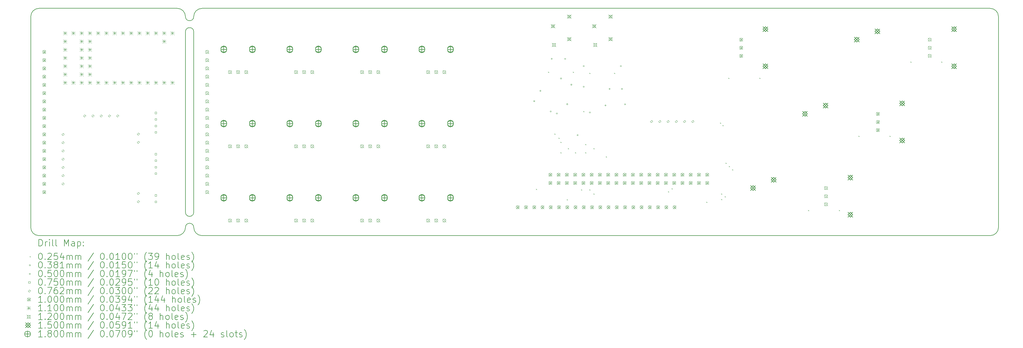
<source format=gbr>
%TF.GenerationSoftware,KiCad,Pcbnew,(6.0.8)*%
%TF.CreationDate,2022-10-17T00:13:45-07:00*%
%TF.ProjectId,norns-deck-210330,6e6f726e-732d-4646-9563-6b2d32313033,rev?*%
%TF.SameCoordinates,Original*%
%TF.FileFunction,Drillmap*%
%TF.FilePolarity,Positive*%
%FSLAX45Y45*%
G04 Gerber Fmt 4.5, Leading zero omitted, Abs format (unit mm)*
G04 Created by KiCad (PCBNEW (6.0.8)) date 2022-10-17 00:13:45*
%MOMM*%
%LPD*%
G01*
G04 APERTURE LIST*
%ADD10C,0.150000*%
%ADD11C,0.200000*%
%ADD12C,0.025400*%
%ADD13C,0.038100*%
%ADD14C,0.050000*%
%ADD15C,0.075000*%
%ADD16C,0.076200*%
%ADD17C,0.100000*%
%ADD18C,0.110000*%
%ADD19C,0.120000*%
%ADD20C,0.180000*%
G04 APERTURE END LIST*
D10*
X9381020Y-17515780D02*
G75*
G03*
X9635020Y-17515780I127000J0D01*
G01*
X4874020Y-18235780D02*
X9127020Y-18235780D01*
X9635020Y-17981780D02*
G75*
G03*
X9381020Y-17981780I-127000J0D01*
G01*
X9381020Y-11489780D02*
G75*
G03*
X9127020Y-11235780I-254000J0D01*
G01*
X4874020Y-11235780D02*
X9127020Y-11235780D01*
X34144420Y-11235780D02*
X9889020Y-11235780D01*
X4620020Y-17981780D02*
G75*
G03*
X4874020Y-18235780I254000J0D01*
G01*
X9635020Y-17981780D02*
G75*
G03*
X9889020Y-18235780I254000J0D01*
G01*
X9635020Y-11955780D02*
X9635020Y-17515780D01*
X9381020Y-17515780D02*
X9381020Y-11955780D01*
X9127020Y-18235780D02*
G75*
G03*
X9381020Y-17981780I0J254000D01*
G01*
X34144420Y-18235780D02*
G75*
G03*
X34398420Y-17981780I0J254000D01*
G01*
X9889020Y-18235780D02*
X34144420Y-18235780D01*
X34398420Y-17981780D02*
X34398420Y-11489780D01*
X34398420Y-11489780D02*
G75*
G03*
X34144420Y-11235780I-254000J0D01*
G01*
X4874020Y-11235780D02*
G75*
G03*
X4620020Y-11489780I0J-254000D01*
G01*
X4620020Y-11489780D02*
X4620020Y-17981780D01*
X9381020Y-11489780D02*
G75*
G03*
X9635020Y-11489780I127000J0D01*
G01*
X9889020Y-11235780D02*
G75*
G03*
X9635020Y-11489780I0J-254000D01*
G01*
X9635020Y-11955780D02*
G75*
G03*
X9381020Y-11955780I-127000J0D01*
G01*
D11*
D12*
X20163280Y-16795840D02*
X20188680Y-16821240D01*
X20188680Y-16795840D02*
X20163280Y-16821240D01*
X20543520Y-13191580D02*
X20568920Y-13216980D01*
X20568920Y-13191580D02*
X20543520Y-13216980D01*
X20734020Y-15096580D02*
X20759420Y-15121980D01*
X20759420Y-15096580D02*
X20734020Y-15121980D01*
X20861020Y-15223580D02*
X20886420Y-15248980D01*
X20886420Y-15223580D02*
X20861020Y-15248980D01*
X20924520Y-15350580D02*
X20949920Y-15375980D01*
X20949920Y-15350580D02*
X20924520Y-15375980D01*
X20924520Y-15668080D02*
X20949920Y-15693480D01*
X20949920Y-15668080D02*
X20924520Y-15693480D01*
X21115020Y-17115880D02*
X21140420Y-17141280D01*
X21140420Y-17115880D02*
X21115020Y-17141280D01*
X21146770Y-15541080D02*
X21172170Y-15566480D01*
X21172170Y-15541080D02*
X21146770Y-15566480D01*
X21305520Y-13191580D02*
X21330920Y-13216980D01*
X21330920Y-13191580D02*
X21305520Y-13216980D01*
X21369020Y-15668080D02*
X21394420Y-15693480D01*
X21394420Y-15668080D02*
X21369020Y-15693480D01*
X21559520Y-16811080D02*
X21584920Y-16836480D01*
X21584920Y-16811080D02*
X21559520Y-16836480D01*
X21623020Y-14398080D02*
X21648420Y-14423480D01*
X21648420Y-14398080D02*
X21623020Y-14423480D01*
X21686520Y-15414080D02*
X21711920Y-15439480D01*
X21711920Y-15414080D02*
X21686520Y-15439480D01*
X21686520Y-15668080D02*
X21711920Y-15693480D01*
X21711920Y-15668080D02*
X21686520Y-15693480D01*
X21813520Y-13223330D02*
X21838920Y-13248730D01*
X21838920Y-13223330D02*
X21813520Y-13248730D01*
X21813520Y-16811080D02*
X21838920Y-16836480D01*
X21838920Y-16811080D02*
X21813520Y-16836480D01*
X21940520Y-15541080D02*
X21965920Y-15566480D01*
X21965920Y-15541080D02*
X21940520Y-15566480D01*
X21940520Y-16938080D02*
X21965920Y-16963480D01*
X21965920Y-16938080D02*
X21940520Y-16963480D01*
X22321520Y-15795080D02*
X22346920Y-15820480D01*
X22346920Y-15795080D02*
X22321520Y-15820480D01*
X22575520Y-13223330D02*
X22600920Y-13248730D01*
X22600920Y-13223330D02*
X22575520Y-13248730D01*
X24227280Y-16869500D02*
X24252680Y-16894900D01*
X24252680Y-16869500D02*
X24227280Y-16894900D01*
X24339040Y-16778060D02*
X24364440Y-16803460D01*
X24364440Y-16778060D02*
X24339040Y-16803460D01*
X25410920Y-17189540D02*
X25436320Y-17214940D01*
X25436320Y-17189540D02*
X25410920Y-17214940D01*
X25827480Y-14758760D02*
X25852880Y-14784160D01*
X25852880Y-14758760D02*
X25827480Y-14784160D01*
X25865580Y-16938080D02*
X25890980Y-16963480D01*
X25890980Y-16938080D02*
X25865580Y-16963480D01*
X25865580Y-17110800D02*
X25890980Y-17136200D01*
X25890980Y-17110800D02*
X25865580Y-17136200D01*
X25903680Y-14829880D02*
X25929080Y-14855280D01*
X25929080Y-14829880D02*
X25903680Y-14855280D01*
X25977340Y-17024440D02*
X26002740Y-17049840D01*
X26002740Y-17024440D02*
X25977340Y-17049840D01*
X25996900Y-15989300D02*
X26022300Y-16014700D01*
X26022300Y-15989300D02*
X25996900Y-16014700D01*
X26085520Y-13372080D02*
X26110920Y-13397480D01*
X26110920Y-13372080D02*
X26085520Y-13397480D01*
X26098500Y-16090900D02*
X26123900Y-16116300D01*
X26123900Y-16090900D02*
X26098500Y-16116300D01*
X26200100Y-16192500D02*
X26225500Y-16217900D01*
X26225500Y-16192500D02*
X26200100Y-16217900D01*
X27038020Y-13372080D02*
X27063420Y-13397480D01*
X27063420Y-13372080D02*
X27038020Y-13397480D01*
X28538920Y-17444080D02*
X28564320Y-17469480D01*
X28564320Y-17444080D02*
X28538920Y-17469480D01*
X29491420Y-17444080D02*
X29516820Y-17469480D01*
X29516820Y-17444080D02*
X29491420Y-17469480D01*
X30091020Y-15158080D02*
X30116420Y-15183480D01*
X30116420Y-15158080D02*
X30091020Y-15183480D01*
X31043520Y-15158080D02*
X31068920Y-15183480D01*
X31068920Y-15158080D02*
X31043520Y-15183480D01*
X31687020Y-12872080D02*
X31712420Y-12897480D01*
X31712420Y-12872080D02*
X31687020Y-12897480D01*
X32639520Y-12872080D02*
X32664920Y-12897480D01*
X32664920Y-12872080D02*
X32639520Y-12897480D01*
D13*
X20130770Y-14093280D02*
G75*
G03*
X20130770Y-14093280I-19050J0D01*
G01*
X20321270Y-13775780D02*
G75*
G03*
X20321270Y-13775780I-19050J0D01*
G01*
X20638770Y-14410780D02*
G75*
G03*
X20638770Y-14410780I-19050J0D01*
G01*
X20670520Y-12791530D02*
G75*
G03*
X20670520Y-12791530I-19050J0D01*
G01*
X20829270Y-14474280D02*
G75*
G03*
X20829270Y-14474280I-19050J0D01*
G01*
X20956270Y-13394780D02*
G75*
G03*
X20956270Y-13394780I-19050J0D01*
G01*
X21083270Y-12791530D02*
G75*
G03*
X21083270Y-12791530I-19050J0D01*
G01*
X21146770Y-14188530D02*
G75*
G03*
X21146770Y-14188530I-19050J0D01*
G01*
X21273770Y-13585280D02*
G75*
G03*
X21273770Y-13585280I-19050J0D01*
G01*
X21466270Y-15141030D02*
G75*
G03*
X21466270Y-15141030I-19050J0D01*
G01*
X21654770Y-13013780D02*
G75*
G03*
X21654770Y-13013780I-19050J0D01*
G01*
X21654770Y-13648780D02*
G75*
G03*
X21654770Y-13648780I-19050J0D01*
G01*
X21845270Y-14442530D02*
G75*
G03*
X21845270Y-14442530I-19050J0D01*
G01*
X22797770Y-13013780D02*
G75*
G03*
X22797770Y-13013780I-19050J0D01*
G01*
D14*
X22302470Y-14195280D02*
X22302470Y-14245280D01*
X22277470Y-14220280D02*
X22327470Y-14220280D01*
X22429470Y-13687280D02*
X22429470Y-13737280D01*
X22404470Y-13712280D02*
X22454470Y-13712280D01*
X22810470Y-13687280D02*
X22810470Y-13737280D01*
X22785470Y-13712280D02*
X22835470Y-13712280D01*
X22905720Y-14163530D02*
X22905720Y-14213530D01*
X22880720Y-14188530D02*
X22930720Y-14188530D01*
D15*
X8493137Y-14480137D02*
X8493137Y-14427103D01*
X8440103Y-14427103D01*
X8440103Y-14480137D01*
X8493137Y-14480137D01*
X8493137Y-14680137D02*
X8493137Y-14627103D01*
X8440103Y-14627103D01*
X8440103Y-14680137D01*
X8493137Y-14680137D01*
X8493137Y-14880137D02*
X8493137Y-14827103D01*
X8440103Y-14827103D01*
X8440103Y-14880137D01*
X8493137Y-14880137D01*
X8493137Y-15080137D02*
X8493137Y-15027103D01*
X8440103Y-15027103D01*
X8440103Y-15080137D01*
X8493137Y-15080137D01*
X8493137Y-15750137D02*
X8493137Y-15697103D01*
X8440103Y-15697103D01*
X8440103Y-15750137D01*
X8493137Y-15750137D01*
X8493137Y-15950137D02*
X8493137Y-15897103D01*
X8440103Y-15897103D01*
X8440103Y-15950137D01*
X8493137Y-15950137D01*
X8493137Y-16150137D02*
X8493137Y-16097103D01*
X8440103Y-16097103D01*
X8440103Y-16150137D01*
X8493137Y-16150137D01*
X8493137Y-16350137D02*
X8493137Y-16297103D01*
X8440103Y-16297103D01*
X8440103Y-16350137D01*
X8493137Y-16350137D01*
X8493137Y-17020137D02*
X8493137Y-16967103D01*
X8440103Y-16967103D01*
X8440103Y-17020137D01*
X8493137Y-17020137D01*
X8493137Y-17220137D02*
X8493137Y-17167103D01*
X8440103Y-17167103D01*
X8440103Y-17220137D01*
X8493137Y-17220137D01*
D16*
X5610620Y-15153880D02*
X5648720Y-15115780D01*
X5610620Y-15077680D01*
X5572520Y-15115780D01*
X5610620Y-15153880D01*
X5610620Y-15407880D02*
X5648720Y-15369780D01*
X5610620Y-15331680D01*
X5572520Y-15369780D01*
X5610620Y-15407880D01*
X5610620Y-15661880D02*
X5648720Y-15623780D01*
X5610620Y-15585680D01*
X5572520Y-15623780D01*
X5610620Y-15661880D01*
X5610620Y-15915880D02*
X5648720Y-15877780D01*
X5610620Y-15839680D01*
X5572520Y-15877780D01*
X5610620Y-15915880D01*
X5610620Y-16169880D02*
X5648720Y-16131780D01*
X5610620Y-16093680D01*
X5572520Y-16131780D01*
X5610620Y-16169880D01*
X5610620Y-16423880D02*
X5648720Y-16385780D01*
X5610620Y-16347680D01*
X5572520Y-16385780D01*
X5610620Y-16423880D01*
X5610620Y-16677880D02*
X5648720Y-16639780D01*
X5610620Y-16601680D01*
X5572520Y-16639780D01*
X5610620Y-16677880D01*
X6276100Y-14584920D02*
X6314200Y-14546820D01*
X6276100Y-14508720D01*
X6238000Y-14546820D01*
X6276100Y-14584920D01*
X6530100Y-14584920D02*
X6568200Y-14546820D01*
X6530100Y-14508720D01*
X6492000Y-14546820D01*
X6530100Y-14584920D01*
X6784100Y-14584920D02*
X6822200Y-14546820D01*
X6784100Y-14508720D01*
X6746000Y-14546820D01*
X6784100Y-14584920D01*
X7038100Y-14584920D02*
X7076200Y-14546820D01*
X7038100Y-14508720D01*
X7000000Y-14546820D01*
X7038100Y-14584920D01*
X7292100Y-14584920D02*
X7330200Y-14546820D01*
X7292100Y-14508720D01*
X7254000Y-14546820D01*
X7292100Y-14584920D01*
X7927100Y-15143720D02*
X7965200Y-15105620D01*
X7927100Y-15067520D01*
X7889000Y-15105620D01*
X7927100Y-15143720D01*
X7927100Y-15397720D02*
X7965200Y-15359620D01*
X7927100Y-15321520D01*
X7889000Y-15359620D01*
X7927100Y-15397720D01*
X7927100Y-16972520D02*
X7965200Y-16934420D01*
X7927100Y-16896320D01*
X7889000Y-16934420D01*
X7927100Y-16972520D01*
X7927100Y-17226520D02*
X7965200Y-17188420D01*
X7927100Y-17150320D01*
X7889000Y-17188420D01*
X7927100Y-17226520D01*
X23719280Y-14758080D02*
X23757380Y-14719980D01*
X23719280Y-14681880D01*
X23681180Y-14719980D01*
X23719280Y-14758080D01*
X23973280Y-14758080D02*
X24011380Y-14719980D01*
X23973280Y-14681880D01*
X23935180Y-14719980D01*
X23973280Y-14758080D01*
X24227280Y-14758080D02*
X24265380Y-14719980D01*
X24227280Y-14681880D01*
X24189180Y-14719980D01*
X24227280Y-14758080D01*
X24481280Y-14758080D02*
X24519380Y-14719980D01*
X24481280Y-14681880D01*
X24443180Y-14719980D01*
X24481280Y-14758080D01*
X24735280Y-14758080D02*
X24773380Y-14719980D01*
X24735280Y-14681880D01*
X24697180Y-14719980D01*
X24735280Y-14758080D01*
X24989280Y-14758080D02*
X25027380Y-14719980D01*
X24989280Y-14681880D01*
X24951180Y-14719980D01*
X24989280Y-14758080D01*
D17*
X4982020Y-12525780D02*
X5082020Y-12625780D01*
X5082020Y-12525780D02*
X4982020Y-12625780D01*
X5082020Y-12575780D02*
G75*
G03*
X5082020Y-12575780I-50000J0D01*
G01*
X4982020Y-12779780D02*
X5082020Y-12879780D01*
X5082020Y-12779780D02*
X4982020Y-12879780D01*
X5082020Y-12829780D02*
G75*
G03*
X5082020Y-12829780I-50000J0D01*
G01*
X4982020Y-13033780D02*
X5082020Y-13133780D01*
X5082020Y-13033780D02*
X4982020Y-13133780D01*
X5082020Y-13083780D02*
G75*
G03*
X5082020Y-13083780I-50000J0D01*
G01*
X4982020Y-13287780D02*
X5082020Y-13387780D01*
X5082020Y-13287780D02*
X4982020Y-13387780D01*
X5082020Y-13337780D02*
G75*
G03*
X5082020Y-13337780I-50000J0D01*
G01*
X4982020Y-13541780D02*
X5082020Y-13641780D01*
X5082020Y-13541780D02*
X4982020Y-13641780D01*
X5082020Y-13591780D02*
G75*
G03*
X5082020Y-13591780I-50000J0D01*
G01*
X4982020Y-13795780D02*
X5082020Y-13895780D01*
X5082020Y-13795780D02*
X4982020Y-13895780D01*
X5082020Y-13845780D02*
G75*
G03*
X5082020Y-13845780I-50000J0D01*
G01*
X4982020Y-14049780D02*
X5082020Y-14149780D01*
X5082020Y-14049780D02*
X4982020Y-14149780D01*
X5082020Y-14099780D02*
G75*
G03*
X5082020Y-14099780I-50000J0D01*
G01*
X4982020Y-14303780D02*
X5082020Y-14403780D01*
X5082020Y-14303780D02*
X4982020Y-14403780D01*
X5082020Y-14353780D02*
G75*
G03*
X5082020Y-14353780I-50000J0D01*
G01*
X4982020Y-14557780D02*
X5082020Y-14657780D01*
X5082020Y-14557780D02*
X4982020Y-14657780D01*
X5082020Y-14607780D02*
G75*
G03*
X5082020Y-14607780I-50000J0D01*
G01*
X4982020Y-14811780D02*
X5082020Y-14911780D01*
X5082020Y-14811780D02*
X4982020Y-14911780D01*
X5082020Y-14861780D02*
G75*
G03*
X5082020Y-14861780I-50000J0D01*
G01*
X4982020Y-15065780D02*
X5082020Y-15165780D01*
X5082020Y-15065780D02*
X4982020Y-15165780D01*
X5082020Y-15115780D02*
G75*
G03*
X5082020Y-15115780I-50000J0D01*
G01*
X4982020Y-15319780D02*
X5082020Y-15419780D01*
X5082020Y-15319780D02*
X4982020Y-15419780D01*
X5082020Y-15369780D02*
G75*
G03*
X5082020Y-15369780I-50000J0D01*
G01*
X4982020Y-15573780D02*
X5082020Y-15673780D01*
X5082020Y-15573780D02*
X4982020Y-15673780D01*
X5082020Y-15623780D02*
G75*
G03*
X5082020Y-15623780I-50000J0D01*
G01*
X4982020Y-15827780D02*
X5082020Y-15927780D01*
X5082020Y-15827780D02*
X4982020Y-15927780D01*
X5082020Y-15877780D02*
G75*
G03*
X5082020Y-15877780I-50000J0D01*
G01*
X4982020Y-16081780D02*
X5082020Y-16181780D01*
X5082020Y-16081780D02*
X4982020Y-16181780D01*
X5082020Y-16131780D02*
G75*
G03*
X5082020Y-16131780I-50000J0D01*
G01*
X4982020Y-16335780D02*
X5082020Y-16435780D01*
X5082020Y-16335780D02*
X4982020Y-16435780D01*
X5082020Y-16385780D02*
G75*
G03*
X5082020Y-16385780I-50000J0D01*
G01*
X4982020Y-16589780D02*
X5082020Y-16689780D01*
X5082020Y-16589780D02*
X4982020Y-16689780D01*
X5082020Y-16639780D02*
G75*
G03*
X5082020Y-16639780I-50000J0D01*
G01*
X4982020Y-16843780D02*
X5082020Y-16943780D01*
X5082020Y-16843780D02*
X4982020Y-16943780D01*
X5082020Y-16893780D02*
G75*
G03*
X5082020Y-16893780I-50000J0D01*
G01*
X9997020Y-12525780D02*
X10097020Y-12625780D01*
X10097020Y-12525780D02*
X9997020Y-12625780D01*
X10097020Y-12575780D02*
G75*
G03*
X10097020Y-12575780I-50000J0D01*
G01*
X9997020Y-12779780D02*
X10097020Y-12879780D01*
X10097020Y-12779780D02*
X9997020Y-12879780D01*
X10097020Y-12829780D02*
G75*
G03*
X10097020Y-12829780I-50000J0D01*
G01*
X9997020Y-13033780D02*
X10097020Y-13133780D01*
X10097020Y-13033780D02*
X9997020Y-13133780D01*
X10097020Y-13083780D02*
G75*
G03*
X10097020Y-13083780I-50000J0D01*
G01*
X9997020Y-13287780D02*
X10097020Y-13387780D01*
X10097020Y-13287780D02*
X9997020Y-13387780D01*
X10097020Y-13337780D02*
G75*
G03*
X10097020Y-13337780I-50000J0D01*
G01*
X9997020Y-13541780D02*
X10097020Y-13641780D01*
X10097020Y-13541780D02*
X9997020Y-13641780D01*
X10097020Y-13591780D02*
G75*
G03*
X10097020Y-13591780I-50000J0D01*
G01*
X9997020Y-13795780D02*
X10097020Y-13895780D01*
X10097020Y-13795780D02*
X9997020Y-13895780D01*
X10097020Y-13845780D02*
G75*
G03*
X10097020Y-13845780I-50000J0D01*
G01*
X9997020Y-14049780D02*
X10097020Y-14149780D01*
X10097020Y-14049780D02*
X9997020Y-14149780D01*
X10097020Y-14099780D02*
G75*
G03*
X10097020Y-14099780I-50000J0D01*
G01*
X9997020Y-14303780D02*
X10097020Y-14403780D01*
X10097020Y-14303780D02*
X9997020Y-14403780D01*
X10097020Y-14353780D02*
G75*
G03*
X10097020Y-14353780I-50000J0D01*
G01*
X9997020Y-14557780D02*
X10097020Y-14657780D01*
X10097020Y-14557780D02*
X9997020Y-14657780D01*
X10097020Y-14607780D02*
G75*
G03*
X10097020Y-14607780I-50000J0D01*
G01*
X9997020Y-14811780D02*
X10097020Y-14911780D01*
X10097020Y-14811780D02*
X9997020Y-14911780D01*
X10097020Y-14861780D02*
G75*
G03*
X10097020Y-14861780I-50000J0D01*
G01*
X9997020Y-15065780D02*
X10097020Y-15165780D01*
X10097020Y-15065780D02*
X9997020Y-15165780D01*
X10097020Y-15115780D02*
G75*
G03*
X10097020Y-15115780I-50000J0D01*
G01*
X9997020Y-15319780D02*
X10097020Y-15419780D01*
X10097020Y-15319780D02*
X9997020Y-15419780D01*
X10097020Y-15369780D02*
G75*
G03*
X10097020Y-15369780I-50000J0D01*
G01*
X9997020Y-15573780D02*
X10097020Y-15673780D01*
X10097020Y-15573780D02*
X9997020Y-15673780D01*
X10097020Y-15623780D02*
G75*
G03*
X10097020Y-15623780I-50000J0D01*
G01*
X9997020Y-15827780D02*
X10097020Y-15927780D01*
X10097020Y-15827780D02*
X9997020Y-15927780D01*
X10097020Y-15877780D02*
G75*
G03*
X10097020Y-15877780I-50000J0D01*
G01*
X9997020Y-16081780D02*
X10097020Y-16181780D01*
X10097020Y-16081780D02*
X9997020Y-16181780D01*
X10097020Y-16131780D02*
G75*
G03*
X10097020Y-16131780I-50000J0D01*
G01*
X9997020Y-16335780D02*
X10097020Y-16435780D01*
X10097020Y-16335780D02*
X9997020Y-16435780D01*
X10097020Y-16385780D02*
G75*
G03*
X10097020Y-16385780I-50000J0D01*
G01*
X9997020Y-16589780D02*
X10097020Y-16689780D01*
X10097020Y-16589780D02*
X9997020Y-16689780D01*
X10097020Y-16639780D02*
G75*
G03*
X10097020Y-16639780I-50000J0D01*
G01*
X9997020Y-16843780D02*
X10097020Y-16943780D01*
X10097020Y-16843780D02*
X9997020Y-16943780D01*
X10097020Y-16893780D02*
G75*
G03*
X10097020Y-16893780I-50000J0D01*
G01*
X10699520Y-13148780D02*
X10799520Y-13248780D01*
X10799520Y-13148780D02*
X10699520Y-13248780D01*
X10799520Y-13198780D02*
G75*
G03*
X10799520Y-13198780I-50000J0D01*
G01*
X10699520Y-15434780D02*
X10799520Y-15534780D01*
X10799520Y-15434780D02*
X10699520Y-15534780D01*
X10799520Y-15484780D02*
G75*
G03*
X10799520Y-15484780I-50000J0D01*
G01*
X10699520Y-17720780D02*
X10799520Y-17820780D01*
X10799520Y-17720780D02*
X10699520Y-17820780D01*
X10799520Y-17770780D02*
G75*
G03*
X10799520Y-17770780I-50000J0D01*
G01*
X10949520Y-13148780D02*
X11049520Y-13248780D01*
X11049520Y-13148780D02*
X10949520Y-13248780D01*
X11049520Y-13198780D02*
G75*
G03*
X11049520Y-13198780I-50000J0D01*
G01*
X10949520Y-15434780D02*
X11049520Y-15534780D01*
X11049520Y-15434780D02*
X10949520Y-15534780D01*
X11049520Y-15484780D02*
G75*
G03*
X11049520Y-15484780I-50000J0D01*
G01*
X10949520Y-17720780D02*
X11049520Y-17820780D01*
X11049520Y-17720780D02*
X10949520Y-17820780D01*
X11049520Y-17770780D02*
G75*
G03*
X11049520Y-17770780I-50000J0D01*
G01*
X11199520Y-13148780D02*
X11299520Y-13248780D01*
X11299520Y-13148780D02*
X11199520Y-13248780D01*
X11299520Y-13198780D02*
G75*
G03*
X11299520Y-13198780I-50000J0D01*
G01*
X11199520Y-15434780D02*
X11299520Y-15534780D01*
X11299520Y-15434780D02*
X11199520Y-15534780D01*
X11299520Y-15484780D02*
G75*
G03*
X11299520Y-15484780I-50000J0D01*
G01*
X11199520Y-17720780D02*
X11299520Y-17820780D01*
X11299520Y-17720780D02*
X11199520Y-17820780D01*
X11299520Y-17770780D02*
G75*
G03*
X11299520Y-17770780I-50000J0D01*
G01*
X12731520Y-13148780D02*
X12831520Y-13248780D01*
X12831520Y-13148780D02*
X12731520Y-13248780D01*
X12831520Y-13198780D02*
G75*
G03*
X12831520Y-13198780I-50000J0D01*
G01*
X12731520Y-15434780D02*
X12831520Y-15534780D01*
X12831520Y-15434780D02*
X12731520Y-15534780D01*
X12831520Y-15484780D02*
G75*
G03*
X12831520Y-15484780I-50000J0D01*
G01*
X12731520Y-17720780D02*
X12831520Y-17820780D01*
X12831520Y-17720780D02*
X12731520Y-17820780D01*
X12831520Y-17770780D02*
G75*
G03*
X12831520Y-17770780I-50000J0D01*
G01*
X12981520Y-13148780D02*
X13081520Y-13248780D01*
X13081520Y-13148780D02*
X12981520Y-13248780D01*
X13081520Y-13198780D02*
G75*
G03*
X13081520Y-13198780I-50000J0D01*
G01*
X12981520Y-15434780D02*
X13081520Y-15534780D01*
X13081520Y-15434780D02*
X12981520Y-15534780D01*
X13081520Y-15484780D02*
G75*
G03*
X13081520Y-15484780I-50000J0D01*
G01*
X12981520Y-17720780D02*
X13081520Y-17820780D01*
X13081520Y-17720780D02*
X12981520Y-17820780D01*
X13081520Y-17770780D02*
G75*
G03*
X13081520Y-17770780I-50000J0D01*
G01*
X13231520Y-13148780D02*
X13331520Y-13248780D01*
X13331520Y-13148780D02*
X13231520Y-13248780D01*
X13331520Y-13198780D02*
G75*
G03*
X13331520Y-13198780I-50000J0D01*
G01*
X13231520Y-15434780D02*
X13331520Y-15534780D01*
X13331520Y-15434780D02*
X13231520Y-15534780D01*
X13331520Y-15484780D02*
G75*
G03*
X13331520Y-15484780I-50000J0D01*
G01*
X13231520Y-17720780D02*
X13331520Y-17820780D01*
X13331520Y-17720780D02*
X13231520Y-17820780D01*
X13331520Y-17770780D02*
G75*
G03*
X13331520Y-17770780I-50000J0D01*
G01*
X14763520Y-13148780D02*
X14863520Y-13248780D01*
X14863520Y-13148780D02*
X14763520Y-13248780D01*
X14863520Y-13198780D02*
G75*
G03*
X14863520Y-13198780I-50000J0D01*
G01*
X14763520Y-15434780D02*
X14863520Y-15534780D01*
X14863520Y-15434780D02*
X14763520Y-15534780D01*
X14863520Y-15484780D02*
G75*
G03*
X14863520Y-15484780I-50000J0D01*
G01*
X14763520Y-17720780D02*
X14863520Y-17820780D01*
X14863520Y-17720780D02*
X14763520Y-17820780D01*
X14863520Y-17770780D02*
G75*
G03*
X14863520Y-17770780I-50000J0D01*
G01*
X15013520Y-13148780D02*
X15113520Y-13248780D01*
X15113520Y-13148780D02*
X15013520Y-13248780D01*
X15113520Y-13198780D02*
G75*
G03*
X15113520Y-13198780I-50000J0D01*
G01*
X15013520Y-15434780D02*
X15113520Y-15534780D01*
X15113520Y-15434780D02*
X15013520Y-15534780D01*
X15113520Y-15484780D02*
G75*
G03*
X15113520Y-15484780I-50000J0D01*
G01*
X15013520Y-17720780D02*
X15113520Y-17820780D01*
X15113520Y-17720780D02*
X15013520Y-17820780D01*
X15113520Y-17770780D02*
G75*
G03*
X15113520Y-17770780I-50000J0D01*
G01*
X15263520Y-13148780D02*
X15363520Y-13248780D01*
X15363520Y-13148780D02*
X15263520Y-13248780D01*
X15363520Y-13198780D02*
G75*
G03*
X15363520Y-13198780I-50000J0D01*
G01*
X15263520Y-15434780D02*
X15363520Y-15534780D01*
X15363520Y-15434780D02*
X15263520Y-15534780D01*
X15363520Y-15484780D02*
G75*
G03*
X15363520Y-15484780I-50000J0D01*
G01*
X15263520Y-17720780D02*
X15363520Y-17820780D01*
X15363520Y-17720780D02*
X15263520Y-17820780D01*
X15363520Y-17770780D02*
G75*
G03*
X15363520Y-17770780I-50000J0D01*
G01*
X16795520Y-13148780D02*
X16895520Y-13248780D01*
X16895520Y-13148780D02*
X16795520Y-13248780D01*
X16895520Y-13198780D02*
G75*
G03*
X16895520Y-13198780I-50000J0D01*
G01*
X16795520Y-15434780D02*
X16895520Y-15534780D01*
X16895520Y-15434780D02*
X16795520Y-15534780D01*
X16895520Y-15484780D02*
G75*
G03*
X16895520Y-15484780I-50000J0D01*
G01*
X16795520Y-17720780D02*
X16895520Y-17820780D01*
X16895520Y-17720780D02*
X16795520Y-17820780D01*
X16895520Y-17770780D02*
G75*
G03*
X16895520Y-17770780I-50000J0D01*
G01*
X17045520Y-13148780D02*
X17145520Y-13248780D01*
X17145520Y-13148780D02*
X17045520Y-13248780D01*
X17145520Y-13198780D02*
G75*
G03*
X17145520Y-13198780I-50000J0D01*
G01*
X17045520Y-15434780D02*
X17145520Y-15534780D01*
X17145520Y-15434780D02*
X17045520Y-15534780D01*
X17145520Y-15484780D02*
G75*
G03*
X17145520Y-15484780I-50000J0D01*
G01*
X17045520Y-17720780D02*
X17145520Y-17820780D01*
X17145520Y-17720780D02*
X17045520Y-17820780D01*
X17145520Y-17770780D02*
G75*
G03*
X17145520Y-17770780I-50000J0D01*
G01*
X17295520Y-13148780D02*
X17395520Y-13248780D01*
X17395520Y-13148780D02*
X17295520Y-13248780D01*
X17395520Y-13198780D02*
G75*
G03*
X17395520Y-13198780I-50000J0D01*
G01*
X17295520Y-15434780D02*
X17395520Y-15534780D01*
X17395520Y-15434780D02*
X17295520Y-15534780D01*
X17395520Y-15484780D02*
G75*
G03*
X17395520Y-15484780I-50000J0D01*
G01*
X17295520Y-17720780D02*
X17395520Y-17820780D01*
X17395520Y-17720780D02*
X17295520Y-17820780D01*
X17395520Y-17770780D02*
G75*
G03*
X17395520Y-17770780I-50000J0D01*
G01*
X19553720Y-17311280D02*
X19653720Y-17411280D01*
X19653720Y-17311280D02*
X19553720Y-17411280D01*
X19653720Y-17361280D02*
G75*
G03*
X19653720Y-17361280I-50000J0D01*
G01*
X19807720Y-17311280D02*
X19907720Y-17411280D01*
X19907720Y-17311280D02*
X19807720Y-17411280D01*
X19907720Y-17361280D02*
G75*
G03*
X19907720Y-17361280I-50000J0D01*
G01*
X20061720Y-17311280D02*
X20161720Y-17411280D01*
X20161720Y-17311280D02*
X20061720Y-17411280D01*
X20161720Y-17361280D02*
G75*
G03*
X20161720Y-17361280I-50000J0D01*
G01*
X20315720Y-17311280D02*
X20415720Y-17411280D01*
X20415720Y-17311280D02*
X20315720Y-17411280D01*
X20415720Y-17361280D02*
G75*
G03*
X20415720Y-17361280I-50000J0D01*
G01*
X20558220Y-16308780D02*
X20658220Y-16408780D01*
X20658220Y-16308780D02*
X20558220Y-16408780D01*
X20658220Y-16358780D02*
G75*
G03*
X20658220Y-16358780I-50000J0D01*
G01*
X20558220Y-16562780D02*
X20658220Y-16662780D01*
X20658220Y-16562780D02*
X20558220Y-16662780D01*
X20658220Y-16612780D02*
G75*
G03*
X20658220Y-16612780I-50000J0D01*
G01*
X20569720Y-17311280D02*
X20669720Y-17411280D01*
X20669720Y-17311280D02*
X20569720Y-17411280D01*
X20669720Y-17361280D02*
G75*
G03*
X20669720Y-17361280I-50000J0D01*
G01*
X20812220Y-16308780D02*
X20912220Y-16408780D01*
X20912220Y-16308780D02*
X20812220Y-16408780D01*
X20912220Y-16358780D02*
G75*
G03*
X20912220Y-16358780I-50000J0D01*
G01*
X20812220Y-16562780D02*
X20912220Y-16662780D01*
X20912220Y-16562780D02*
X20812220Y-16662780D01*
X20912220Y-16612780D02*
G75*
G03*
X20912220Y-16612780I-50000J0D01*
G01*
X20823720Y-17311280D02*
X20923720Y-17411280D01*
X20923720Y-17311280D02*
X20823720Y-17411280D01*
X20923720Y-17361280D02*
G75*
G03*
X20923720Y-17361280I-50000J0D01*
G01*
X21066220Y-16308780D02*
X21166220Y-16408780D01*
X21166220Y-16308780D02*
X21066220Y-16408780D01*
X21166220Y-16358780D02*
G75*
G03*
X21166220Y-16358780I-50000J0D01*
G01*
X21066220Y-16562780D02*
X21166220Y-16662780D01*
X21166220Y-16562780D02*
X21066220Y-16662780D01*
X21166220Y-16612780D02*
G75*
G03*
X21166220Y-16612780I-50000J0D01*
G01*
X21077720Y-17311280D02*
X21177720Y-17411280D01*
X21177720Y-17311280D02*
X21077720Y-17411280D01*
X21177720Y-17361280D02*
G75*
G03*
X21177720Y-17361280I-50000J0D01*
G01*
X21320220Y-16308780D02*
X21420220Y-16408780D01*
X21420220Y-16308780D02*
X21320220Y-16408780D01*
X21420220Y-16358780D02*
G75*
G03*
X21420220Y-16358780I-50000J0D01*
G01*
X21320220Y-16562780D02*
X21420220Y-16662780D01*
X21420220Y-16562780D02*
X21320220Y-16662780D01*
X21420220Y-16612780D02*
G75*
G03*
X21420220Y-16612780I-50000J0D01*
G01*
X21331720Y-17311280D02*
X21431720Y-17411280D01*
X21431720Y-17311280D02*
X21331720Y-17411280D01*
X21431720Y-17361280D02*
G75*
G03*
X21431720Y-17361280I-50000J0D01*
G01*
X21574220Y-16308780D02*
X21674220Y-16408780D01*
X21674220Y-16308780D02*
X21574220Y-16408780D01*
X21674220Y-16358780D02*
G75*
G03*
X21674220Y-16358780I-50000J0D01*
G01*
X21574220Y-16562780D02*
X21674220Y-16662780D01*
X21674220Y-16562780D02*
X21574220Y-16662780D01*
X21674220Y-16612780D02*
G75*
G03*
X21674220Y-16612780I-50000J0D01*
G01*
X21585720Y-17311280D02*
X21685720Y-17411280D01*
X21685720Y-17311280D02*
X21585720Y-17411280D01*
X21685720Y-17361280D02*
G75*
G03*
X21685720Y-17361280I-50000J0D01*
G01*
X21828220Y-16308780D02*
X21928220Y-16408780D01*
X21928220Y-16308780D02*
X21828220Y-16408780D01*
X21928220Y-16358780D02*
G75*
G03*
X21928220Y-16358780I-50000J0D01*
G01*
X21828220Y-16562780D02*
X21928220Y-16662780D01*
X21928220Y-16562780D02*
X21828220Y-16662780D01*
X21928220Y-16612780D02*
G75*
G03*
X21928220Y-16612780I-50000J0D01*
G01*
X21839720Y-17311280D02*
X21939720Y-17411280D01*
X21939720Y-17311280D02*
X21839720Y-17411280D01*
X21939720Y-17361280D02*
G75*
G03*
X21939720Y-17361280I-50000J0D01*
G01*
X22082220Y-16308780D02*
X22182220Y-16408780D01*
X22182220Y-16308780D02*
X22082220Y-16408780D01*
X22182220Y-16358780D02*
G75*
G03*
X22182220Y-16358780I-50000J0D01*
G01*
X22082220Y-16562780D02*
X22182220Y-16662780D01*
X22182220Y-16562780D02*
X22082220Y-16662780D01*
X22182220Y-16612780D02*
G75*
G03*
X22182220Y-16612780I-50000J0D01*
G01*
X22093720Y-17311280D02*
X22193720Y-17411280D01*
X22193720Y-17311280D02*
X22093720Y-17411280D01*
X22193720Y-17361280D02*
G75*
G03*
X22193720Y-17361280I-50000J0D01*
G01*
X22336220Y-16308780D02*
X22436220Y-16408780D01*
X22436220Y-16308780D02*
X22336220Y-16408780D01*
X22436220Y-16358780D02*
G75*
G03*
X22436220Y-16358780I-50000J0D01*
G01*
X22336220Y-16562780D02*
X22436220Y-16662780D01*
X22436220Y-16562780D02*
X22336220Y-16662780D01*
X22436220Y-16612780D02*
G75*
G03*
X22436220Y-16612780I-50000J0D01*
G01*
X22347720Y-17311280D02*
X22447720Y-17411280D01*
X22447720Y-17311280D02*
X22347720Y-17411280D01*
X22447720Y-17361280D02*
G75*
G03*
X22447720Y-17361280I-50000J0D01*
G01*
X22590220Y-16308780D02*
X22690220Y-16408780D01*
X22690220Y-16308780D02*
X22590220Y-16408780D01*
X22690220Y-16358780D02*
G75*
G03*
X22690220Y-16358780I-50000J0D01*
G01*
X22590220Y-16562780D02*
X22690220Y-16662780D01*
X22690220Y-16562780D02*
X22590220Y-16662780D01*
X22690220Y-16612780D02*
G75*
G03*
X22690220Y-16612780I-50000J0D01*
G01*
X22601720Y-17311280D02*
X22701720Y-17411280D01*
X22701720Y-17311280D02*
X22601720Y-17411280D01*
X22701720Y-17361280D02*
G75*
G03*
X22701720Y-17361280I-50000J0D01*
G01*
X22844220Y-16308780D02*
X22944220Y-16408780D01*
X22944220Y-16308780D02*
X22844220Y-16408780D01*
X22944220Y-16358780D02*
G75*
G03*
X22944220Y-16358780I-50000J0D01*
G01*
X22844220Y-16562780D02*
X22944220Y-16662780D01*
X22944220Y-16562780D02*
X22844220Y-16662780D01*
X22944220Y-16612780D02*
G75*
G03*
X22944220Y-16612780I-50000J0D01*
G01*
X22855720Y-17311280D02*
X22955720Y-17411280D01*
X22955720Y-17311280D02*
X22855720Y-17411280D01*
X22955720Y-17361280D02*
G75*
G03*
X22955720Y-17361280I-50000J0D01*
G01*
X23098220Y-16308780D02*
X23198220Y-16408780D01*
X23198220Y-16308780D02*
X23098220Y-16408780D01*
X23198220Y-16358780D02*
G75*
G03*
X23198220Y-16358780I-50000J0D01*
G01*
X23098220Y-16562780D02*
X23198220Y-16662780D01*
X23198220Y-16562780D02*
X23098220Y-16662780D01*
X23198220Y-16612780D02*
G75*
G03*
X23198220Y-16612780I-50000J0D01*
G01*
X23109720Y-17311280D02*
X23209720Y-17411280D01*
X23209720Y-17311280D02*
X23109720Y-17411280D01*
X23209720Y-17361280D02*
G75*
G03*
X23209720Y-17361280I-50000J0D01*
G01*
X23352220Y-16308780D02*
X23452220Y-16408780D01*
X23452220Y-16308780D02*
X23352220Y-16408780D01*
X23452220Y-16358780D02*
G75*
G03*
X23452220Y-16358780I-50000J0D01*
G01*
X23352220Y-16562780D02*
X23452220Y-16662780D01*
X23452220Y-16562780D02*
X23352220Y-16662780D01*
X23452220Y-16612780D02*
G75*
G03*
X23452220Y-16612780I-50000J0D01*
G01*
X23363720Y-17311280D02*
X23463720Y-17411280D01*
X23463720Y-17311280D02*
X23363720Y-17411280D01*
X23463720Y-17361280D02*
G75*
G03*
X23463720Y-17361280I-50000J0D01*
G01*
X23606220Y-16308780D02*
X23706220Y-16408780D01*
X23706220Y-16308780D02*
X23606220Y-16408780D01*
X23706220Y-16358780D02*
G75*
G03*
X23706220Y-16358780I-50000J0D01*
G01*
X23606220Y-16562780D02*
X23706220Y-16662780D01*
X23706220Y-16562780D02*
X23606220Y-16662780D01*
X23706220Y-16612780D02*
G75*
G03*
X23706220Y-16612780I-50000J0D01*
G01*
X23617720Y-17311280D02*
X23717720Y-17411280D01*
X23717720Y-17311280D02*
X23617720Y-17411280D01*
X23717720Y-17361280D02*
G75*
G03*
X23717720Y-17361280I-50000J0D01*
G01*
X23860220Y-16308780D02*
X23960220Y-16408780D01*
X23960220Y-16308780D02*
X23860220Y-16408780D01*
X23960220Y-16358780D02*
G75*
G03*
X23960220Y-16358780I-50000J0D01*
G01*
X23860220Y-16562780D02*
X23960220Y-16662780D01*
X23960220Y-16562780D02*
X23860220Y-16662780D01*
X23960220Y-16612780D02*
G75*
G03*
X23960220Y-16612780I-50000J0D01*
G01*
X23871720Y-17311280D02*
X23971720Y-17411280D01*
X23971720Y-17311280D02*
X23871720Y-17411280D01*
X23971720Y-17361280D02*
G75*
G03*
X23971720Y-17361280I-50000J0D01*
G01*
X24114220Y-16308780D02*
X24214220Y-16408780D01*
X24214220Y-16308780D02*
X24114220Y-16408780D01*
X24214220Y-16358780D02*
G75*
G03*
X24214220Y-16358780I-50000J0D01*
G01*
X24114220Y-16562780D02*
X24214220Y-16662780D01*
X24214220Y-16562780D02*
X24114220Y-16662780D01*
X24214220Y-16612780D02*
G75*
G03*
X24214220Y-16612780I-50000J0D01*
G01*
X24125720Y-17311280D02*
X24225720Y-17411280D01*
X24225720Y-17311280D02*
X24125720Y-17411280D01*
X24225720Y-17361280D02*
G75*
G03*
X24225720Y-17361280I-50000J0D01*
G01*
X24368220Y-16308780D02*
X24468220Y-16408780D01*
X24468220Y-16308780D02*
X24368220Y-16408780D01*
X24468220Y-16358780D02*
G75*
G03*
X24468220Y-16358780I-50000J0D01*
G01*
X24368220Y-16562780D02*
X24468220Y-16662780D01*
X24468220Y-16562780D02*
X24368220Y-16662780D01*
X24468220Y-16612780D02*
G75*
G03*
X24468220Y-16612780I-50000J0D01*
G01*
X24379720Y-17311280D02*
X24479720Y-17411280D01*
X24479720Y-17311280D02*
X24379720Y-17411280D01*
X24479720Y-17361280D02*
G75*
G03*
X24479720Y-17361280I-50000J0D01*
G01*
X24622220Y-16308780D02*
X24722220Y-16408780D01*
X24722220Y-16308780D02*
X24622220Y-16408780D01*
X24722220Y-16358780D02*
G75*
G03*
X24722220Y-16358780I-50000J0D01*
G01*
X24622220Y-16562780D02*
X24722220Y-16662780D01*
X24722220Y-16562780D02*
X24622220Y-16662780D01*
X24722220Y-16612780D02*
G75*
G03*
X24722220Y-16612780I-50000J0D01*
G01*
X24876220Y-16308780D02*
X24976220Y-16408780D01*
X24976220Y-16308780D02*
X24876220Y-16408780D01*
X24976220Y-16358780D02*
G75*
G03*
X24976220Y-16358780I-50000J0D01*
G01*
X24876220Y-16562780D02*
X24976220Y-16662780D01*
X24976220Y-16562780D02*
X24876220Y-16662780D01*
X24976220Y-16612780D02*
G75*
G03*
X24976220Y-16612780I-50000J0D01*
G01*
X25130220Y-16308780D02*
X25230220Y-16408780D01*
X25230220Y-16308780D02*
X25130220Y-16408780D01*
X25230220Y-16358780D02*
G75*
G03*
X25230220Y-16358780I-50000J0D01*
G01*
X25130220Y-16562780D02*
X25230220Y-16662780D01*
X25230220Y-16562780D02*
X25130220Y-16662780D01*
X25230220Y-16612780D02*
G75*
G03*
X25230220Y-16612780I-50000J0D01*
G01*
X25384220Y-16308780D02*
X25484220Y-16408780D01*
X25484220Y-16308780D02*
X25384220Y-16408780D01*
X25484220Y-16358780D02*
G75*
G03*
X25484220Y-16358780I-50000J0D01*
G01*
X25384220Y-16562780D02*
X25484220Y-16662780D01*
X25484220Y-16562780D02*
X25384220Y-16662780D01*
X25484220Y-16612780D02*
G75*
G03*
X25484220Y-16612780I-50000J0D01*
G01*
X26429220Y-12149780D02*
X26529220Y-12249780D01*
X26529220Y-12149780D02*
X26429220Y-12249780D01*
X26529220Y-12199780D02*
G75*
G03*
X26529220Y-12199780I-50000J0D01*
G01*
X26429220Y-12399780D02*
X26529220Y-12499780D01*
X26529220Y-12399780D02*
X26429220Y-12499780D01*
X26529220Y-12449780D02*
G75*
G03*
X26529220Y-12449780I-50000J0D01*
G01*
X26429220Y-12649780D02*
X26529220Y-12749780D01*
X26529220Y-12649780D02*
X26429220Y-12749780D01*
X26529220Y-12699780D02*
G75*
G03*
X26529220Y-12699780I-50000J0D01*
G01*
X29041220Y-16721780D02*
X29141220Y-16821780D01*
X29141220Y-16721780D02*
X29041220Y-16821780D01*
X29141220Y-16771780D02*
G75*
G03*
X29141220Y-16771780I-50000J0D01*
G01*
X29041220Y-16971780D02*
X29141220Y-17071780D01*
X29141220Y-16971780D02*
X29041220Y-17071780D01*
X29141220Y-17021780D02*
G75*
G03*
X29141220Y-17021780I-50000J0D01*
G01*
X29041220Y-17221780D02*
X29141220Y-17321780D01*
X29141220Y-17221780D02*
X29041220Y-17321780D01*
X29141220Y-17271780D02*
G75*
G03*
X29141220Y-17271780I-50000J0D01*
G01*
X30637220Y-14435780D02*
X30737220Y-14535780D01*
X30737220Y-14435780D02*
X30637220Y-14535780D01*
X30737220Y-14485780D02*
G75*
G03*
X30737220Y-14485780I-50000J0D01*
G01*
X30637220Y-14685780D02*
X30737220Y-14785780D01*
X30737220Y-14685780D02*
X30637220Y-14785780D01*
X30737220Y-14735780D02*
G75*
G03*
X30737220Y-14735780I-50000J0D01*
G01*
X30637220Y-14935780D02*
X30737220Y-15035780D01*
X30737220Y-14935780D02*
X30637220Y-15035780D01*
X30737220Y-14985780D02*
G75*
G03*
X30737220Y-14985780I-50000J0D01*
G01*
X32233220Y-12149780D02*
X32333220Y-12249780D01*
X32333220Y-12149780D02*
X32233220Y-12249780D01*
X32333220Y-12199780D02*
G75*
G03*
X32333220Y-12199780I-50000J0D01*
G01*
X32233220Y-12399780D02*
X32333220Y-12499780D01*
X32333220Y-12399780D02*
X32233220Y-12499780D01*
X32333220Y-12449780D02*
G75*
G03*
X32333220Y-12449780I-50000J0D01*
G01*
X32233220Y-12649780D02*
X32333220Y-12749780D01*
X32333220Y-12649780D02*
X32233220Y-12749780D01*
X32333220Y-12699780D02*
G75*
G03*
X32333220Y-12699780I-50000J0D01*
G01*
D18*
X5618996Y-11941780D02*
X5728996Y-12051780D01*
X5728996Y-11941780D02*
X5618996Y-12051780D01*
X5673996Y-11941780D02*
X5673996Y-12051780D01*
X5618996Y-11996780D02*
X5728996Y-11996780D01*
X5618996Y-12195780D02*
X5728996Y-12305780D01*
X5728996Y-12195780D02*
X5618996Y-12305780D01*
X5673996Y-12195780D02*
X5673996Y-12305780D01*
X5618996Y-12250780D02*
X5728996Y-12250780D01*
X5618996Y-12449780D02*
X5728996Y-12559780D01*
X5728996Y-12449780D02*
X5618996Y-12559780D01*
X5673996Y-12449780D02*
X5673996Y-12559780D01*
X5618996Y-12504780D02*
X5728996Y-12504780D01*
X5618996Y-12703780D02*
X5728996Y-12813780D01*
X5728996Y-12703780D02*
X5618996Y-12813780D01*
X5673996Y-12703780D02*
X5673996Y-12813780D01*
X5618996Y-12758780D02*
X5728996Y-12758780D01*
X5618996Y-12957780D02*
X5728996Y-13067780D01*
X5728996Y-12957780D02*
X5618996Y-13067780D01*
X5673996Y-12957780D02*
X5673996Y-13067780D01*
X5618996Y-13012780D02*
X5728996Y-13012780D01*
X5618996Y-13211780D02*
X5728996Y-13321780D01*
X5728996Y-13211780D02*
X5618996Y-13321780D01*
X5673996Y-13211780D02*
X5673996Y-13321780D01*
X5618996Y-13266780D02*
X5728996Y-13266780D01*
X5618996Y-13465780D02*
X5728996Y-13575780D01*
X5728996Y-13465780D02*
X5618996Y-13575780D01*
X5673996Y-13465780D02*
X5673996Y-13575780D01*
X5618996Y-13520780D02*
X5728996Y-13520780D01*
X5872996Y-11941780D02*
X5982996Y-12051780D01*
X5982996Y-11941780D02*
X5872996Y-12051780D01*
X5927996Y-11941780D02*
X5927996Y-12051780D01*
X5872996Y-11996780D02*
X5982996Y-11996780D01*
X5872996Y-13465780D02*
X5982996Y-13575780D01*
X5982996Y-13465780D02*
X5872996Y-13575780D01*
X5927996Y-13465780D02*
X5927996Y-13575780D01*
X5872996Y-13520780D02*
X5982996Y-13520780D01*
X6126996Y-11941780D02*
X6236996Y-12051780D01*
X6236996Y-11941780D02*
X6126996Y-12051780D01*
X6181996Y-11941780D02*
X6181996Y-12051780D01*
X6126996Y-11996780D02*
X6236996Y-11996780D01*
X6126996Y-12195780D02*
X6236996Y-12305780D01*
X6236996Y-12195780D02*
X6126996Y-12305780D01*
X6181996Y-12195780D02*
X6181996Y-12305780D01*
X6126996Y-12250780D02*
X6236996Y-12250780D01*
X6126996Y-12449780D02*
X6236996Y-12559780D01*
X6236996Y-12449780D02*
X6126996Y-12559780D01*
X6181996Y-12449780D02*
X6181996Y-12559780D01*
X6126996Y-12504780D02*
X6236996Y-12504780D01*
X6126996Y-12703780D02*
X6236996Y-12813780D01*
X6236996Y-12703780D02*
X6126996Y-12813780D01*
X6181996Y-12703780D02*
X6181996Y-12813780D01*
X6126996Y-12758780D02*
X6236996Y-12758780D01*
X6126996Y-12957780D02*
X6236996Y-13067780D01*
X6236996Y-12957780D02*
X6126996Y-13067780D01*
X6181996Y-12957780D02*
X6181996Y-13067780D01*
X6126996Y-13012780D02*
X6236996Y-13012780D01*
X6126996Y-13211780D02*
X6236996Y-13321780D01*
X6236996Y-13211780D02*
X6126996Y-13321780D01*
X6181996Y-13211780D02*
X6181996Y-13321780D01*
X6126996Y-13266780D02*
X6236996Y-13266780D01*
X6126996Y-13465780D02*
X6236996Y-13575780D01*
X6236996Y-13465780D02*
X6126996Y-13575780D01*
X6181996Y-13465780D02*
X6181996Y-13575780D01*
X6126996Y-13520780D02*
X6236996Y-13520780D01*
X6380996Y-11941780D02*
X6490996Y-12051780D01*
X6490996Y-11941780D02*
X6380996Y-12051780D01*
X6435996Y-11941780D02*
X6435996Y-12051780D01*
X6380996Y-11996780D02*
X6490996Y-11996780D01*
X6380996Y-12195780D02*
X6490996Y-12305780D01*
X6490996Y-12195780D02*
X6380996Y-12305780D01*
X6435996Y-12195780D02*
X6435996Y-12305780D01*
X6380996Y-12250780D02*
X6490996Y-12250780D01*
X6380996Y-12449780D02*
X6490996Y-12559780D01*
X6490996Y-12449780D02*
X6380996Y-12559780D01*
X6435996Y-12449780D02*
X6435996Y-12559780D01*
X6380996Y-12504780D02*
X6490996Y-12504780D01*
X6380996Y-12703780D02*
X6490996Y-12813780D01*
X6490996Y-12703780D02*
X6380996Y-12813780D01*
X6435996Y-12703780D02*
X6435996Y-12813780D01*
X6380996Y-12758780D02*
X6490996Y-12758780D01*
X6380996Y-12957780D02*
X6490996Y-13067780D01*
X6490996Y-12957780D02*
X6380996Y-13067780D01*
X6435996Y-12957780D02*
X6435996Y-13067780D01*
X6380996Y-13012780D02*
X6490996Y-13012780D01*
X6380996Y-13211780D02*
X6490996Y-13321780D01*
X6490996Y-13211780D02*
X6380996Y-13321780D01*
X6435996Y-13211780D02*
X6435996Y-13321780D01*
X6380996Y-13266780D02*
X6490996Y-13266780D01*
X6380996Y-13465780D02*
X6490996Y-13575780D01*
X6490996Y-13465780D02*
X6380996Y-13575780D01*
X6435996Y-13465780D02*
X6435996Y-13575780D01*
X6380996Y-13520780D02*
X6490996Y-13520780D01*
X6634996Y-11941780D02*
X6744996Y-12051780D01*
X6744996Y-11941780D02*
X6634996Y-12051780D01*
X6689996Y-11941780D02*
X6689996Y-12051780D01*
X6634996Y-11996780D02*
X6744996Y-11996780D01*
X6634996Y-13465780D02*
X6744996Y-13575780D01*
X6744996Y-13465780D02*
X6634996Y-13575780D01*
X6689996Y-13465780D02*
X6689996Y-13575780D01*
X6634996Y-13520780D02*
X6744996Y-13520780D01*
X6888996Y-11941780D02*
X6998996Y-12051780D01*
X6998996Y-11941780D02*
X6888996Y-12051780D01*
X6943996Y-11941780D02*
X6943996Y-12051780D01*
X6888996Y-11996780D02*
X6998996Y-11996780D01*
X6888996Y-13465780D02*
X6998996Y-13575780D01*
X6998996Y-13465780D02*
X6888996Y-13575780D01*
X6943996Y-13465780D02*
X6943996Y-13575780D01*
X6888996Y-13520780D02*
X6998996Y-13520780D01*
X7142996Y-11941780D02*
X7252996Y-12051780D01*
X7252996Y-11941780D02*
X7142996Y-12051780D01*
X7197996Y-11941780D02*
X7197996Y-12051780D01*
X7142996Y-11996780D02*
X7252996Y-11996780D01*
X7142996Y-13465780D02*
X7252996Y-13575780D01*
X7252996Y-13465780D02*
X7142996Y-13575780D01*
X7197996Y-13465780D02*
X7197996Y-13575780D01*
X7142996Y-13520780D02*
X7252996Y-13520780D01*
X7396996Y-11941780D02*
X7506996Y-12051780D01*
X7506996Y-11941780D02*
X7396996Y-12051780D01*
X7451996Y-11941780D02*
X7451996Y-12051780D01*
X7396996Y-11996780D02*
X7506996Y-11996780D01*
X7396996Y-13465780D02*
X7506996Y-13575780D01*
X7506996Y-13465780D02*
X7396996Y-13575780D01*
X7451996Y-13465780D02*
X7451996Y-13575780D01*
X7396996Y-13520780D02*
X7506996Y-13520780D01*
X7650996Y-11941780D02*
X7760996Y-12051780D01*
X7760996Y-11941780D02*
X7650996Y-12051780D01*
X7705996Y-11941780D02*
X7705996Y-12051780D01*
X7650996Y-11996780D02*
X7760996Y-11996780D01*
X7650996Y-13465780D02*
X7760996Y-13575780D01*
X7760996Y-13465780D02*
X7650996Y-13575780D01*
X7705996Y-13465780D02*
X7705996Y-13575780D01*
X7650996Y-13520780D02*
X7760996Y-13520780D01*
X7904996Y-11941780D02*
X8014996Y-12051780D01*
X8014996Y-11941780D02*
X7904996Y-12051780D01*
X7959996Y-11941780D02*
X7959996Y-12051780D01*
X7904996Y-11996780D02*
X8014996Y-11996780D01*
X7904996Y-13465780D02*
X8014996Y-13575780D01*
X8014996Y-13465780D02*
X7904996Y-13575780D01*
X7959996Y-13465780D02*
X7959996Y-13575780D01*
X7904996Y-13520780D02*
X8014996Y-13520780D01*
X8158996Y-11941780D02*
X8268996Y-12051780D01*
X8268996Y-11941780D02*
X8158996Y-12051780D01*
X8213996Y-11941780D02*
X8213996Y-12051780D01*
X8158996Y-11996780D02*
X8268996Y-11996780D01*
X8158996Y-13465780D02*
X8268996Y-13575780D01*
X8268996Y-13465780D02*
X8158996Y-13575780D01*
X8213996Y-13465780D02*
X8213996Y-13575780D01*
X8158996Y-13520780D02*
X8268996Y-13520780D01*
X8412996Y-11941780D02*
X8522996Y-12051780D01*
X8522996Y-11941780D02*
X8412996Y-12051780D01*
X8467996Y-11941780D02*
X8467996Y-12051780D01*
X8412996Y-11996780D02*
X8522996Y-11996780D01*
X8412996Y-13465780D02*
X8522996Y-13575780D01*
X8522996Y-13465780D02*
X8412996Y-13575780D01*
X8467996Y-13465780D02*
X8467996Y-13575780D01*
X8412996Y-13520780D02*
X8522996Y-13520780D01*
X8666996Y-11941780D02*
X8776996Y-12051780D01*
X8776996Y-11941780D02*
X8666996Y-12051780D01*
X8721996Y-11941780D02*
X8721996Y-12051780D01*
X8666996Y-11996780D02*
X8776996Y-11996780D01*
X8666996Y-12195780D02*
X8776996Y-12305780D01*
X8776996Y-12195780D02*
X8666996Y-12305780D01*
X8721996Y-12195780D02*
X8721996Y-12305780D01*
X8666996Y-12250780D02*
X8776996Y-12250780D01*
X8666996Y-13465780D02*
X8776996Y-13575780D01*
X8776996Y-13465780D02*
X8666996Y-13575780D01*
X8721996Y-13465780D02*
X8721996Y-13575780D01*
X8666996Y-13520780D02*
X8776996Y-13520780D01*
X8920996Y-11941780D02*
X9030996Y-12051780D01*
X9030996Y-11941780D02*
X8920996Y-12051780D01*
X8975996Y-11941780D02*
X8975996Y-12051780D01*
X8920996Y-11996780D02*
X9030996Y-11996780D01*
X8920996Y-13465780D02*
X9030996Y-13575780D01*
X9030996Y-13465780D02*
X8920996Y-13575780D01*
X8975996Y-13465780D02*
X8975996Y-13575780D01*
X8920996Y-13520780D02*
X9030996Y-13520780D01*
D19*
X20627220Y-11719780D02*
X20747220Y-11839780D01*
X20747220Y-11719780D02*
X20627220Y-11839780D01*
X20729647Y-11822207D02*
X20729647Y-11737353D01*
X20644793Y-11737353D01*
X20644793Y-11822207D01*
X20729647Y-11822207D01*
X20657220Y-12299780D02*
X20777220Y-12419780D01*
X20777220Y-12299780D02*
X20657220Y-12419780D01*
X20759647Y-12402207D02*
X20759647Y-12317353D01*
X20674793Y-12317353D01*
X20674793Y-12402207D01*
X20759647Y-12402207D01*
X21127220Y-11429780D02*
X21247220Y-11549780D01*
X21247220Y-11429780D02*
X21127220Y-11549780D01*
X21229647Y-11532207D02*
X21229647Y-11447353D01*
X21144793Y-11447353D01*
X21144793Y-11532207D01*
X21229647Y-11532207D01*
X21127220Y-12119780D02*
X21247220Y-12239780D01*
X21247220Y-12119780D02*
X21127220Y-12239780D01*
X21229647Y-12222207D02*
X21229647Y-12137353D01*
X21144793Y-12137353D01*
X21144793Y-12222207D01*
X21229647Y-12222207D01*
X21897220Y-11719780D02*
X22017220Y-11839780D01*
X22017220Y-11719780D02*
X21897220Y-11839780D01*
X21999647Y-11822207D02*
X21999647Y-11737353D01*
X21914793Y-11737353D01*
X21914793Y-11822207D01*
X21999647Y-11822207D01*
X21927220Y-12299780D02*
X22047220Y-12419780D01*
X22047220Y-12299780D02*
X21927220Y-12419780D01*
X22029647Y-12402207D02*
X22029647Y-12317353D01*
X21944793Y-12317353D01*
X21944793Y-12402207D01*
X22029647Y-12402207D01*
X22397220Y-11429780D02*
X22517220Y-11549780D01*
X22517220Y-11429780D02*
X22397220Y-11549780D01*
X22499647Y-11532207D02*
X22499647Y-11447353D01*
X22414793Y-11447353D01*
X22414793Y-11532207D01*
X22499647Y-11532207D01*
X22397220Y-12119780D02*
X22517220Y-12239780D01*
X22517220Y-12119780D02*
X22397220Y-12239780D01*
X22499647Y-12222207D02*
X22499647Y-12137353D01*
X22414793Y-12137353D01*
X22414793Y-12222207D01*
X22499647Y-12222207D01*
D10*
X26773220Y-16692780D02*
X26923220Y-16842780D01*
X26923220Y-16692780D02*
X26773220Y-16842780D01*
X26848220Y-16842780D02*
X26923220Y-16767780D01*
X26848220Y-16692780D01*
X26773220Y-16767780D01*
X26848220Y-16842780D01*
X27154220Y-11803280D02*
X27304220Y-11953280D01*
X27304220Y-11803280D02*
X27154220Y-11953280D01*
X27229220Y-11953280D02*
X27304220Y-11878280D01*
X27229220Y-11803280D01*
X27154220Y-11878280D01*
X27229220Y-11953280D01*
X27154220Y-12946280D02*
X27304220Y-13096280D01*
X27304220Y-12946280D02*
X27154220Y-13096280D01*
X27229220Y-13096280D02*
X27304220Y-13021280D01*
X27229220Y-12946280D01*
X27154220Y-13021280D01*
X27229220Y-13096280D01*
X27408220Y-16438780D02*
X27558220Y-16588780D01*
X27558220Y-16438780D02*
X27408220Y-16588780D01*
X27483220Y-16588780D02*
X27558220Y-16513780D01*
X27483220Y-16438780D01*
X27408220Y-16513780D01*
X27483220Y-16588780D01*
X28369220Y-14406780D02*
X28519220Y-14556780D01*
X28519220Y-14406780D02*
X28369220Y-14556780D01*
X28444220Y-14556780D02*
X28519220Y-14481780D01*
X28444220Y-14406780D01*
X28369220Y-14481780D01*
X28444220Y-14556780D01*
X29004220Y-14152780D02*
X29154220Y-14302780D01*
X29154220Y-14152780D02*
X29004220Y-14302780D01*
X29079220Y-14302780D02*
X29154220Y-14227780D01*
X29079220Y-14152780D01*
X29004220Y-14227780D01*
X29079220Y-14302780D01*
X29766220Y-16375280D02*
X29916220Y-16525280D01*
X29916220Y-16375280D02*
X29766220Y-16525280D01*
X29841220Y-16525280D02*
X29916220Y-16450280D01*
X29841220Y-16375280D01*
X29766220Y-16450280D01*
X29841220Y-16525280D01*
X29766220Y-17518280D02*
X29916220Y-17668280D01*
X29916220Y-17518280D02*
X29766220Y-17668280D01*
X29841220Y-17668280D02*
X29916220Y-17593280D01*
X29841220Y-17518280D01*
X29766220Y-17593280D01*
X29841220Y-17668280D01*
X29965220Y-12120780D02*
X30115220Y-12270780D01*
X30115220Y-12120780D02*
X29965220Y-12270780D01*
X30040220Y-12270780D02*
X30115220Y-12195780D01*
X30040220Y-12120780D01*
X29965220Y-12195780D01*
X30040220Y-12270780D01*
X30600220Y-11866780D02*
X30750220Y-12016780D01*
X30750220Y-11866780D02*
X30600220Y-12016780D01*
X30675220Y-12016780D02*
X30750220Y-11941780D01*
X30675220Y-11866780D01*
X30600220Y-11941780D01*
X30675220Y-12016780D01*
X31362220Y-14089280D02*
X31512220Y-14239280D01*
X31512220Y-14089280D02*
X31362220Y-14239280D01*
X31437220Y-14239280D02*
X31512220Y-14164280D01*
X31437220Y-14089280D01*
X31362220Y-14164280D01*
X31437220Y-14239280D01*
X31362220Y-15232280D02*
X31512220Y-15382280D01*
X31512220Y-15232280D02*
X31362220Y-15382280D01*
X31437220Y-15382280D02*
X31512220Y-15307280D01*
X31437220Y-15232280D01*
X31362220Y-15307280D01*
X31437220Y-15382280D01*
X32958220Y-11803280D02*
X33108220Y-11953280D01*
X33108220Y-11803280D02*
X32958220Y-11953280D01*
X33033220Y-11953280D02*
X33108220Y-11878280D01*
X33033220Y-11803280D01*
X32958220Y-11878280D01*
X33033220Y-11953280D01*
X32958220Y-12946280D02*
X33108220Y-13096280D01*
X33108220Y-12946280D02*
X32958220Y-13096280D01*
X33033220Y-13096280D02*
X33108220Y-13021280D01*
X33033220Y-12946280D01*
X32958220Y-13021280D01*
X33033220Y-13096280D01*
D20*
X10559520Y-12408780D02*
X10559520Y-12588780D01*
X10469520Y-12498780D02*
X10649520Y-12498780D01*
X10649520Y-12498780D02*
G75*
G03*
X10649520Y-12498780I-90000J0D01*
G01*
D11*
X10649520Y-12513780D02*
X10649520Y-12483780D01*
X10469520Y-12513780D02*
X10469520Y-12483780D01*
X10649520Y-12483780D02*
G75*
G03*
X10469520Y-12483780I-90000J0D01*
G01*
X10469520Y-12513780D02*
G75*
G03*
X10649520Y-12513780I90000J0D01*
G01*
D20*
X10559520Y-14694780D02*
X10559520Y-14874780D01*
X10469520Y-14784780D02*
X10649520Y-14784780D01*
X10649520Y-14784780D02*
G75*
G03*
X10649520Y-14784780I-90000J0D01*
G01*
D11*
X10649520Y-14799780D02*
X10649520Y-14769780D01*
X10469520Y-14799780D02*
X10469520Y-14769780D01*
X10649520Y-14769780D02*
G75*
G03*
X10469520Y-14769780I-90000J0D01*
G01*
X10469520Y-14799780D02*
G75*
G03*
X10649520Y-14799780I90000J0D01*
G01*
D20*
X10559520Y-16980780D02*
X10559520Y-17160780D01*
X10469520Y-17070780D02*
X10649520Y-17070780D01*
X10649520Y-17070780D02*
G75*
G03*
X10649520Y-17070780I-90000J0D01*
G01*
D11*
X10649520Y-17085780D02*
X10649520Y-17055780D01*
X10469520Y-17085780D02*
X10469520Y-17055780D01*
X10649520Y-17055780D02*
G75*
G03*
X10469520Y-17055780I-90000J0D01*
G01*
X10469520Y-17085780D02*
G75*
G03*
X10649520Y-17085780I90000J0D01*
G01*
D20*
X11439520Y-12408780D02*
X11439520Y-12588780D01*
X11349520Y-12498780D02*
X11529520Y-12498780D01*
X11529520Y-12498780D02*
G75*
G03*
X11529520Y-12498780I-90000J0D01*
G01*
D11*
X11529520Y-12513780D02*
X11529520Y-12483780D01*
X11349520Y-12513780D02*
X11349520Y-12483780D01*
X11529520Y-12483780D02*
G75*
G03*
X11349520Y-12483780I-90000J0D01*
G01*
X11349520Y-12513780D02*
G75*
G03*
X11529520Y-12513780I90000J0D01*
G01*
D20*
X11439520Y-14694780D02*
X11439520Y-14874780D01*
X11349520Y-14784780D02*
X11529520Y-14784780D01*
X11529520Y-14784780D02*
G75*
G03*
X11529520Y-14784780I-90000J0D01*
G01*
D11*
X11529520Y-14799780D02*
X11529520Y-14769780D01*
X11349520Y-14799780D02*
X11349520Y-14769780D01*
X11529520Y-14769780D02*
G75*
G03*
X11349520Y-14769780I-90000J0D01*
G01*
X11349520Y-14799780D02*
G75*
G03*
X11529520Y-14799780I90000J0D01*
G01*
D20*
X11439520Y-16980780D02*
X11439520Y-17160780D01*
X11349520Y-17070780D02*
X11529520Y-17070780D01*
X11529520Y-17070780D02*
G75*
G03*
X11529520Y-17070780I-90000J0D01*
G01*
D11*
X11529520Y-17085780D02*
X11529520Y-17055780D01*
X11349520Y-17085780D02*
X11349520Y-17055780D01*
X11529520Y-17055780D02*
G75*
G03*
X11349520Y-17055780I-90000J0D01*
G01*
X11349520Y-17085780D02*
G75*
G03*
X11529520Y-17085780I90000J0D01*
G01*
D20*
X12591520Y-12408780D02*
X12591520Y-12588780D01*
X12501520Y-12498780D02*
X12681520Y-12498780D01*
X12681520Y-12498780D02*
G75*
G03*
X12681520Y-12498780I-90000J0D01*
G01*
D11*
X12681520Y-12513780D02*
X12681520Y-12483780D01*
X12501520Y-12513780D02*
X12501520Y-12483780D01*
X12681520Y-12483780D02*
G75*
G03*
X12501520Y-12483780I-90000J0D01*
G01*
X12501520Y-12513780D02*
G75*
G03*
X12681520Y-12513780I90000J0D01*
G01*
D20*
X12591520Y-14694780D02*
X12591520Y-14874780D01*
X12501520Y-14784780D02*
X12681520Y-14784780D01*
X12681520Y-14784780D02*
G75*
G03*
X12681520Y-14784780I-90000J0D01*
G01*
D11*
X12681520Y-14799780D02*
X12681520Y-14769780D01*
X12501520Y-14799780D02*
X12501520Y-14769780D01*
X12681520Y-14769780D02*
G75*
G03*
X12501520Y-14769780I-90000J0D01*
G01*
X12501520Y-14799780D02*
G75*
G03*
X12681520Y-14799780I90000J0D01*
G01*
D20*
X12591520Y-16980780D02*
X12591520Y-17160780D01*
X12501520Y-17070780D02*
X12681520Y-17070780D01*
X12681520Y-17070780D02*
G75*
G03*
X12681520Y-17070780I-90000J0D01*
G01*
D11*
X12681520Y-17085780D02*
X12681520Y-17055780D01*
X12501520Y-17085780D02*
X12501520Y-17055780D01*
X12681520Y-17055780D02*
G75*
G03*
X12501520Y-17055780I-90000J0D01*
G01*
X12501520Y-17085780D02*
G75*
G03*
X12681520Y-17085780I90000J0D01*
G01*
D20*
X13471520Y-12408780D02*
X13471520Y-12588780D01*
X13381520Y-12498780D02*
X13561520Y-12498780D01*
X13561520Y-12498780D02*
G75*
G03*
X13561520Y-12498780I-90000J0D01*
G01*
D11*
X13561520Y-12513780D02*
X13561520Y-12483780D01*
X13381520Y-12513780D02*
X13381520Y-12483780D01*
X13561520Y-12483780D02*
G75*
G03*
X13381520Y-12483780I-90000J0D01*
G01*
X13381520Y-12513780D02*
G75*
G03*
X13561520Y-12513780I90000J0D01*
G01*
D20*
X13471520Y-14694780D02*
X13471520Y-14874780D01*
X13381520Y-14784780D02*
X13561520Y-14784780D01*
X13561520Y-14784780D02*
G75*
G03*
X13561520Y-14784780I-90000J0D01*
G01*
D11*
X13561520Y-14799780D02*
X13561520Y-14769780D01*
X13381520Y-14799780D02*
X13381520Y-14769780D01*
X13561520Y-14769780D02*
G75*
G03*
X13381520Y-14769780I-90000J0D01*
G01*
X13381520Y-14799780D02*
G75*
G03*
X13561520Y-14799780I90000J0D01*
G01*
D20*
X13471520Y-16980780D02*
X13471520Y-17160780D01*
X13381520Y-17070780D02*
X13561520Y-17070780D01*
X13561520Y-17070780D02*
G75*
G03*
X13561520Y-17070780I-90000J0D01*
G01*
D11*
X13561520Y-17085780D02*
X13561520Y-17055780D01*
X13381520Y-17085780D02*
X13381520Y-17055780D01*
X13561520Y-17055780D02*
G75*
G03*
X13381520Y-17055780I-90000J0D01*
G01*
X13381520Y-17085780D02*
G75*
G03*
X13561520Y-17085780I90000J0D01*
G01*
D20*
X14623520Y-12408780D02*
X14623520Y-12588780D01*
X14533520Y-12498780D02*
X14713520Y-12498780D01*
X14713520Y-12498780D02*
G75*
G03*
X14713520Y-12498780I-90000J0D01*
G01*
D11*
X14713520Y-12513780D02*
X14713520Y-12483780D01*
X14533520Y-12513780D02*
X14533520Y-12483780D01*
X14713520Y-12483780D02*
G75*
G03*
X14533520Y-12483780I-90000J0D01*
G01*
X14533520Y-12513780D02*
G75*
G03*
X14713520Y-12513780I90000J0D01*
G01*
D20*
X14623520Y-14694780D02*
X14623520Y-14874780D01*
X14533520Y-14784780D02*
X14713520Y-14784780D01*
X14713520Y-14784780D02*
G75*
G03*
X14713520Y-14784780I-90000J0D01*
G01*
D11*
X14713520Y-14799780D02*
X14713520Y-14769780D01*
X14533520Y-14799780D02*
X14533520Y-14769780D01*
X14713520Y-14769780D02*
G75*
G03*
X14533520Y-14769780I-90000J0D01*
G01*
X14533520Y-14799780D02*
G75*
G03*
X14713520Y-14799780I90000J0D01*
G01*
D20*
X14623520Y-16980780D02*
X14623520Y-17160780D01*
X14533520Y-17070780D02*
X14713520Y-17070780D01*
X14713520Y-17070780D02*
G75*
G03*
X14713520Y-17070780I-90000J0D01*
G01*
D11*
X14713520Y-17085780D02*
X14713520Y-17055780D01*
X14533520Y-17085780D02*
X14533520Y-17055780D01*
X14713520Y-17055780D02*
G75*
G03*
X14533520Y-17055780I-90000J0D01*
G01*
X14533520Y-17085780D02*
G75*
G03*
X14713520Y-17085780I90000J0D01*
G01*
D20*
X15503520Y-12408780D02*
X15503520Y-12588780D01*
X15413520Y-12498780D02*
X15593520Y-12498780D01*
X15593520Y-12498780D02*
G75*
G03*
X15593520Y-12498780I-90000J0D01*
G01*
D11*
X15593520Y-12513780D02*
X15593520Y-12483780D01*
X15413520Y-12513780D02*
X15413520Y-12483780D01*
X15593520Y-12483780D02*
G75*
G03*
X15413520Y-12483780I-90000J0D01*
G01*
X15413520Y-12513780D02*
G75*
G03*
X15593520Y-12513780I90000J0D01*
G01*
D20*
X15503520Y-14694780D02*
X15503520Y-14874780D01*
X15413520Y-14784780D02*
X15593520Y-14784780D01*
X15593520Y-14784780D02*
G75*
G03*
X15593520Y-14784780I-90000J0D01*
G01*
D11*
X15593520Y-14799780D02*
X15593520Y-14769780D01*
X15413520Y-14799780D02*
X15413520Y-14769780D01*
X15593520Y-14769780D02*
G75*
G03*
X15413520Y-14769780I-90000J0D01*
G01*
X15413520Y-14799780D02*
G75*
G03*
X15593520Y-14799780I90000J0D01*
G01*
D20*
X15503520Y-16980780D02*
X15503520Y-17160780D01*
X15413520Y-17070780D02*
X15593520Y-17070780D01*
X15593520Y-17070780D02*
G75*
G03*
X15593520Y-17070780I-90000J0D01*
G01*
D11*
X15593520Y-17085780D02*
X15593520Y-17055780D01*
X15413520Y-17085780D02*
X15413520Y-17055780D01*
X15593520Y-17055780D02*
G75*
G03*
X15413520Y-17055780I-90000J0D01*
G01*
X15413520Y-17085780D02*
G75*
G03*
X15593520Y-17085780I90000J0D01*
G01*
D20*
X16655520Y-12408780D02*
X16655520Y-12588780D01*
X16565520Y-12498780D02*
X16745520Y-12498780D01*
X16745520Y-12498780D02*
G75*
G03*
X16745520Y-12498780I-90000J0D01*
G01*
D11*
X16745520Y-12513780D02*
X16745520Y-12483780D01*
X16565520Y-12513780D02*
X16565520Y-12483780D01*
X16745520Y-12483780D02*
G75*
G03*
X16565520Y-12483780I-90000J0D01*
G01*
X16565520Y-12513780D02*
G75*
G03*
X16745520Y-12513780I90000J0D01*
G01*
D20*
X16655520Y-14694780D02*
X16655520Y-14874780D01*
X16565520Y-14784780D02*
X16745520Y-14784780D01*
X16745520Y-14784780D02*
G75*
G03*
X16745520Y-14784780I-90000J0D01*
G01*
D11*
X16745520Y-14799780D02*
X16745520Y-14769780D01*
X16565520Y-14799780D02*
X16565520Y-14769780D01*
X16745520Y-14769780D02*
G75*
G03*
X16565520Y-14769780I-90000J0D01*
G01*
X16565520Y-14799780D02*
G75*
G03*
X16745520Y-14799780I90000J0D01*
G01*
D20*
X16655520Y-16980780D02*
X16655520Y-17160780D01*
X16565520Y-17070780D02*
X16745520Y-17070780D01*
X16745520Y-17070780D02*
G75*
G03*
X16745520Y-17070780I-90000J0D01*
G01*
D11*
X16745520Y-17085780D02*
X16745520Y-17055780D01*
X16565520Y-17085780D02*
X16565520Y-17055780D01*
X16745520Y-17055780D02*
G75*
G03*
X16565520Y-17055780I-90000J0D01*
G01*
X16565520Y-17085780D02*
G75*
G03*
X16745520Y-17085780I90000J0D01*
G01*
D20*
X17535520Y-12408780D02*
X17535520Y-12588780D01*
X17445520Y-12498780D02*
X17625520Y-12498780D01*
X17625520Y-12498780D02*
G75*
G03*
X17625520Y-12498780I-90000J0D01*
G01*
D11*
X17625520Y-12513780D02*
X17625520Y-12483780D01*
X17445520Y-12513780D02*
X17445520Y-12483780D01*
X17625520Y-12483780D02*
G75*
G03*
X17445520Y-12483780I-90000J0D01*
G01*
X17445520Y-12513780D02*
G75*
G03*
X17625520Y-12513780I90000J0D01*
G01*
D20*
X17535520Y-14694780D02*
X17535520Y-14874780D01*
X17445520Y-14784780D02*
X17625520Y-14784780D01*
X17625520Y-14784780D02*
G75*
G03*
X17625520Y-14784780I-90000J0D01*
G01*
D11*
X17625520Y-14799780D02*
X17625520Y-14769780D01*
X17445520Y-14799780D02*
X17445520Y-14769780D01*
X17625520Y-14769780D02*
G75*
G03*
X17445520Y-14769780I-90000J0D01*
G01*
X17445520Y-14799780D02*
G75*
G03*
X17625520Y-14799780I90000J0D01*
G01*
D20*
X17535520Y-16980780D02*
X17535520Y-17160780D01*
X17445520Y-17070780D02*
X17625520Y-17070780D01*
X17625520Y-17070780D02*
G75*
G03*
X17625520Y-17070780I-90000J0D01*
G01*
D11*
X17625520Y-17085780D02*
X17625520Y-17055780D01*
X17445520Y-17085780D02*
X17445520Y-17055780D01*
X17625520Y-17055780D02*
G75*
G03*
X17445520Y-17055780I-90000J0D01*
G01*
X17445520Y-17085780D02*
G75*
G03*
X17625520Y-17085780I90000J0D01*
G01*
X4870139Y-18553756D02*
X4870139Y-18353756D01*
X4917758Y-18353756D01*
X4946330Y-18363280D01*
X4965377Y-18382328D01*
X4974901Y-18401375D01*
X4984425Y-18439470D01*
X4984425Y-18468042D01*
X4974901Y-18506137D01*
X4965377Y-18525185D01*
X4946330Y-18544232D01*
X4917758Y-18553756D01*
X4870139Y-18553756D01*
X5070139Y-18553756D02*
X5070139Y-18420423D01*
X5070139Y-18458518D02*
X5079663Y-18439470D01*
X5089187Y-18429947D01*
X5108234Y-18420423D01*
X5127282Y-18420423D01*
X5193949Y-18553756D02*
X5193949Y-18420423D01*
X5193949Y-18353756D02*
X5184425Y-18363280D01*
X5193949Y-18372804D01*
X5203472Y-18363280D01*
X5193949Y-18353756D01*
X5193949Y-18372804D01*
X5317758Y-18553756D02*
X5298710Y-18544232D01*
X5289187Y-18525185D01*
X5289187Y-18353756D01*
X5422520Y-18553756D02*
X5403472Y-18544232D01*
X5393949Y-18525185D01*
X5393949Y-18353756D01*
X5651091Y-18553756D02*
X5651091Y-18353756D01*
X5717758Y-18496613D01*
X5784425Y-18353756D01*
X5784425Y-18553756D01*
X5965377Y-18553756D02*
X5965377Y-18448994D01*
X5955853Y-18429947D01*
X5936806Y-18420423D01*
X5898710Y-18420423D01*
X5879663Y-18429947D01*
X5965377Y-18544232D02*
X5946329Y-18553756D01*
X5898710Y-18553756D01*
X5879663Y-18544232D01*
X5870139Y-18525185D01*
X5870139Y-18506137D01*
X5879663Y-18487090D01*
X5898710Y-18477566D01*
X5946329Y-18477566D01*
X5965377Y-18468042D01*
X6060615Y-18420423D02*
X6060615Y-18620423D01*
X6060615Y-18429947D02*
X6079663Y-18420423D01*
X6117758Y-18420423D01*
X6136806Y-18429947D01*
X6146329Y-18439470D01*
X6155853Y-18458518D01*
X6155853Y-18515661D01*
X6146329Y-18534709D01*
X6136806Y-18544232D01*
X6117758Y-18553756D01*
X6079663Y-18553756D01*
X6060615Y-18544232D01*
X6241568Y-18534709D02*
X6251091Y-18544232D01*
X6241568Y-18553756D01*
X6232044Y-18544232D01*
X6241568Y-18534709D01*
X6241568Y-18553756D01*
X6241568Y-18429947D02*
X6251091Y-18439470D01*
X6241568Y-18448994D01*
X6232044Y-18439470D01*
X6241568Y-18429947D01*
X6241568Y-18448994D01*
D12*
X4587120Y-18870580D02*
X4612520Y-18895980D01*
X4612520Y-18870580D02*
X4587120Y-18895980D01*
D11*
X4908234Y-18773756D02*
X4927282Y-18773756D01*
X4946330Y-18783280D01*
X4955853Y-18792804D01*
X4965377Y-18811851D01*
X4974901Y-18849947D01*
X4974901Y-18897566D01*
X4965377Y-18935661D01*
X4955853Y-18954709D01*
X4946330Y-18964232D01*
X4927282Y-18973756D01*
X4908234Y-18973756D01*
X4889187Y-18964232D01*
X4879663Y-18954709D01*
X4870139Y-18935661D01*
X4860615Y-18897566D01*
X4860615Y-18849947D01*
X4870139Y-18811851D01*
X4879663Y-18792804D01*
X4889187Y-18783280D01*
X4908234Y-18773756D01*
X5060615Y-18954709D02*
X5070139Y-18964232D01*
X5060615Y-18973756D01*
X5051091Y-18964232D01*
X5060615Y-18954709D01*
X5060615Y-18973756D01*
X5146330Y-18792804D02*
X5155853Y-18783280D01*
X5174901Y-18773756D01*
X5222520Y-18773756D01*
X5241568Y-18783280D01*
X5251091Y-18792804D01*
X5260615Y-18811851D01*
X5260615Y-18830899D01*
X5251091Y-18859470D01*
X5136806Y-18973756D01*
X5260615Y-18973756D01*
X5441568Y-18773756D02*
X5346330Y-18773756D01*
X5336806Y-18868994D01*
X5346330Y-18859470D01*
X5365377Y-18849947D01*
X5412996Y-18849947D01*
X5432044Y-18859470D01*
X5441568Y-18868994D01*
X5451091Y-18888042D01*
X5451091Y-18935661D01*
X5441568Y-18954709D01*
X5432044Y-18964232D01*
X5412996Y-18973756D01*
X5365377Y-18973756D01*
X5346330Y-18964232D01*
X5336806Y-18954709D01*
X5622520Y-18840423D02*
X5622520Y-18973756D01*
X5574901Y-18764232D02*
X5527282Y-18907090D01*
X5651091Y-18907090D01*
X5727282Y-18973756D02*
X5727282Y-18840423D01*
X5727282Y-18859470D02*
X5736806Y-18849947D01*
X5755853Y-18840423D01*
X5784425Y-18840423D01*
X5803472Y-18849947D01*
X5812996Y-18868994D01*
X5812996Y-18973756D01*
X5812996Y-18868994D02*
X5822520Y-18849947D01*
X5841568Y-18840423D01*
X5870139Y-18840423D01*
X5889187Y-18849947D01*
X5898710Y-18868994D01*
X5898710Y-18973756D01*
X5993948Y-18973756D02*
X5993948Y-18840423D01*
X5993948Y-18859470D02*
X6003472Y-18849947D01*
X6022520Y-18840423D01*
X6051091Y-18840423D01*
X6070139Y-18849947D01*
X6079663Y-18868994D01*
X6079663Y-18973756D01*
X6079663Y-18868994D02*
X6089187Y-18849947D01*
X6108234Y-18840423D01*
X6136806Y-18840423D01*
X6155853Y-18849947D01*
X6165377Y-18868994D01*
X6165377Y-18973756D01*
X6555853Y-18764232D02*
X6384425Y-19021375D01*
X6812996Y-18773756D02*
X6832044Y-18773756D01*
X6851091Y-18783280D01*
X6860615Y-18792804D01*
X6870139Y-18811851D01*
X6879663Y-18849947D01*
X6879663Y-18897566D01*
X6870139Y-18935661D01*
X6860615Y-18954709D01*
X6851091Y-18964232D01*
X6832044Y-18973756D01*
X6812996Y-18973756D01*
X6793948Y-18964232D01*
X6784425Y-18954709D01*
X6774901Y-18935661D01*
X6765377Y-18897566D01*
X6765377Y-18849947D01*
X6774901Y-18811851D01*
X6784425Y-18792804D01*
X6793948Y-18783280D01*
X6812996Y-18773756D01*
X6965377Y-18954709D02*
X6974901Y-18964232D01*
X6965377Y-18973756D01*
X6955853Y-18964232D01*
X6965377Y-18954709D01*
X6965377Y-18973756D01*
X7098710Y-18773756D02*
X7117758Y-18773756D01*
X7136806Y-18783280D01*
X7146329Y-18792804D01*
X7155853Y-18811851D01*
X7165377Y-18849947D01*
X7165377Y-18897566D01*
X7155853Y-18935661D01*
X7146329Y-18954709D01*
X7136806Y-18964232D01*
X7117758Y-18973756D01*
X7098710Y-18973756D01*
X7079663Y-18964232D01*
X7070139Y-18954709D01*
X7060615Y-18935661D01*
X7051091Y-18897566D01*
X7051091Y-18849947D01*
X7060615Y-18811851D01*
X7070139Y-18792804D01*
X7079663Y-18783280D01*
X7098710Y-18773756D01*
X7355853Y-18973756D02*
X7241568Y-18973756D01*
X7298710Y-18973756D02*
X7298710Y-18773756D01*
X7279663Y-18802328D01*
X7260615Y-18821375D01*
X7241568Y-18830899D01*
X7479663Y-18773756D02*
X7498710Y-18773756D01*
X7517758Y-18783280D01*
X7527282Y-18792804D01*
X7536806Y-18811851D01*
X7546329Y-18849947D01*
X7546329Y-18897566D01*
X7536806Y-18935661D01*
X7527282Y-18954709D01*
X7517758Y-18964232D01*
X7498710Y-18973756D01*
X7479663Y-18973756D01*
X7460615Y-18964232D01*
X7451091Y-18954709D01*
X7441568Y-18935661D01*
X7432044Y-18897566D01*
X7432044Y-18849947D01*
X7441568Y-18811851D01*
X7451091Y-18792804D01*
X7460615Y-18783280D01*
X7479663Y-18773756D01*
X7670139Y-18773756D02*
X7689187Y-18773756D01*
X7708234Y-18783280D01*
X7717758Y-18792804D01*
X7727282Y-18811851D01*
X7736806Y-18849947D01*
X7736806Y-18897566D01*
X7727282Y-18935661D01*
X7717758Y-18954709D01*
X7708234Y-18964232D01*
X7689187Y-18973756D01*
X7670139Y-18973756D01*
X7651091Y-18964232D01*
X7641568Y-18954709D01*
X7632044Y-18935661D01*
X7622520Y-18897566D01*
X7622520Y-18849947D01*
X7632044Y-18811851D01*
X7641568Y-18792804D01*
X7651091Y-18783280D01*
X7670139Y-18773756D01*
X7812996Y-18773756D02*
X7812996Y-18811851D01*
X7889187Y-18773756D02*
X7889187Y-18811851D01*
X8184425Y-19049947D02*
X8174901Y-19040423D01*
X8155853Y-19011851D01*
X8146329Y-18992804D01*
X8136806Y-18964232D01*
X8127282Y-18916613D01*
X8127282Y-18878518D01*
X8136806Y-18830899D01*
X8146329Y-18802328D01*
X8155853Y-18783280D01*
X8174901Y-18754709D01*
X8184425Y-18745185D01*
X8241568Y-18773756D02*
X8365377Y-18773756D01*
X8298710Y-18849947D01*
X8327282Y-18849947D01*
X8346329Y-18859470D01*
X8355853Y-18868994D01*
X8365377Y-18888042D01*
X8365377Y-18935661D01*
X8355853Y-18954709D01*
X8346329Y-18964232D01*
X8327282Y-18973756D01*
X8270139Y-18973756D01*
X8251091Y-18964232D01*
X8241568Y-18954709D01*
X8460615Y-18973756D02*
X8498710Y-18973756D01*
X8517758Y-18964232D01*
X8527282Y-18954709D01*
X8546330Y-18926137D01*
X8555853Y-18888042D01*
X8555853Y-18811851D01*
X8546330Y-18792804D01*
X8536806Y-18783280D01*
X8517758Y-18773756D01*
X8479663Y-18773756D01*
X8460615Y-18783280D01*
X8451091Y-18792804D01*
X8441568Y-18811851D01*
X8441568Y-18859470D01*
X8451091Y-18878518D01*
X8460615Y-18888042D01*
X8479663Y-18897566D01*
X8517758Y-18897566D01*
X8536806Y-18888042D01*
X8546330Y-18878518D01*
X8555853Y-18859470D01*
X8793949Y-18973756D02*
X8793949Y-18773756D01*
X8879663Y-18973756D02*
X8879663Y-18868994D01*
X8870139Y-18849947D01*
X8851091Y-18840423D01*
X8822520Y-18840423D01*
X8803472Y-18849947D01*
X8793949Y-18859470D01*
X9003472Y-18973756D02*
X8984425Y-18964232D01*
X8974901Y-18954709D01*
X8965377Y-18935661D01*
X8965377Y-18878518D01*
X8974901Y-18859470D01*
X8984425Y-18849947D01*
X9003472Y-18840423D01*
X9032044Y-18840423D01*
X9051091Y-18849947D01*
X9060615Y-18859470D01*
X9070139Y-18878518D01*
X9070139Y-18935661D01*
X9060615Y-18954709D01*
X9051091Y-18964232D01*
X9032044Y-18973756D01*
X9003472Y-18973756D01*
X9184425Y-18973756D02*
X9165377Y-18964232D01*
X9155853Y-18945185D01*
X9155853Y-18773756D01*
X9336806Y-18964232D02*
X9317758Y-18973756D01*
X9279663Y-18973756D01*
X9260615Y-18964232D01*
X9251091Y-18945185D01*
X9251091Y-18868994D01*
X9260615Y-18849947D01*
X9279663Y-18840423D01*
X9317758Y-18840423D01*
X9336806Y-18849947D01*
X9346330Y-18868994D01*
X9346330Y-18888042D01*
X9251091Y-18907090D01*
X9422520Y-18964232D02*
X9441568Y-18973756D01*
X9479663Y-18973756D01*
X9498710Y-18964232D01*
X9508234Y-18945185D01*
X9508234Y-18935661D01*
X9498710Y-18916613D01*
X9479663Y-18907090D01*
X9451091Y-18907090D01*
X9432044Y-18897566D01*
X9422520Y-18878518D01*
X9422520Y-18868994D01*
X9432044Y-18849947D01*
X9451091Y-18840423D01*
X9479663Y-18840423D01*
X9498710Y-18849947D01*
X9574901Y-19049947D02*
X9584425Y-19040423D01*
X9603472Y-19011851D01*
X9612996Y-18992804D01*
X9622520Y-18964232D01*
X9632044Y-18916613D01*
X9632044Y-18878518D01*
X9622520Y-18830899D01*
X9612996Y-18802328D01*
X9603472Y-18783280D01*
X9584425Y-18754709D01*
X9574901Y-18745185D01*
D13*
X4612520Y-19147280D02*
G75*
G03*
X4612520Y-19147280I-19050J0D01*
G01*
D11*
X4908234Y-19037756D02*
X4927282Y-19037756D01*
X4946330Y-19047280D01*
X4955853Y-19056804D01*
X4965377Y-19075851D01*
X4974901Y-19113947D01*
X4974901Y-19161566D01*
X4965377Y-19199661D01*
X4955853Y-19218709D01*
X4946330Y-19228232D01*
X4927282Y-19237756D01*
X4908234Y-19237756D01*
X4889187Y-19228232D01*
X4879663Y-19218709D01*
X4870139Y-19199661D01*
X4860615Y-19161566D01*
X4860615Y-19113947D01*
X4870139Y-19075851D01*
X4879663Y-19056804D01*
X4889187Y-19047280D01*
X4908234Y-19037756D01*
X5060615Y-19218709D02*
X5070139Y-19228232D01*
X5060615Y-19237756D01*
X5051091Y-19228232D01*
X5060615Y-19218709D01*
X5060615Y-19237756D01*
X5136806Y-19037756D02*
X5260615Y-19037756D01*
X5193949Y-19113947D01*
X5222520Y-19113947D01*
X5241568Y-19123470D01*
X5251091Y-19132994D01*
X5260615Y-19152042D01*
X5260615Y-19199661D01*
X5251091Y-19218709D01*
X5241568Y-19228232D01*
X5222520Y-19237756D01*
X5165377Y-19237756D01*
X5146330Y-19228232D01*
X5136806Y-19218709D01*
X5374901Y-19123470D02*
X5355853Y-19113947D01*
X5346330Y-19104423D01*
X5336806Y-19085375D01*
X5336806Y-19075851D01*
X5346330Y-19056804D01*
X5355853Y-19047280D01*
X5374901Y-19037756D01*
X5412996Y-19037756D01*
X5432044Y-19047280D01*
X5441568Y-19056804D01*
X5451091Y-19075851D01*
X5451091Y-19085375D01*
X5441568Y-19104423D01*
X5432044Y-19113947D01*
X5412996Y-19123470D01*
X5374901Y-19123470D01*
X5355853Y-19132994D01*
X5346330Y-19142518D01*
X5336806Y-19161566D01*
X5336806Y-19199661D01*
X5346330Y-19218709D01*
X5355853Y-19228232D01*
X5374901Y-19237756D01*
X5412996Y-19237756D01*
X5432044Y-19228232D01*
X5441568Y-19218709D01*
X5451091Y-19199661D01*
X5451091Y-19161566D01*
X5441568Y-19142518D01*
X5432044Y-19132994D01*
X5412996Y-19123470D01*
X5641568Y-19237756D02*
X5527282Y-19237756D01*
X5584425Y-19237756D02*
X5584425Y-19037756D01*
X5565377Y-19066328D01*
X5546330Y-19085375D01*
X5527282Y-19094899D01*
X5727282Y-19237756D02*
X5727282Y-19104423D01*
X5727282Y-19123470D02*
X5736806Y-19113947D01*
X5755853Y-19104423D01*
X5784425Y-19104423D01*
X5803472Y-19113947D01*
X5812996Y-19132994D01*
X5812996Y-19237756D01*
X5812996Y-19132994D02*
X5822520Y-19113947D01*
X5841568Y-19104423D01*
X5870139Y-19104423D01*
X5889187Y-19113947D01*
X5898710Y-19132994D01*
X5898710Y-19237756D01*
X5993948Y-19237756D02*
X5993948Y-19104423D01*
X5993948Y-19123470D02*
X6003472Y-19113947D01*
X6022520Y-19104423D01*
X6051091Y-19104423D01*
X6070139Y-19113947D01*
X6079663Y-19132994D01*
X6079663Y-19237756D01*
X6079663Y-19132994D02*
X6089187Y-19113947D01*
X6108234Y-19104423D01*
X6136806Y-19104423D01*
X6155853Y-19113947D01*
X6165377Y-19132994D01*
X6165377Y-19237756D01*
X6555853Y-19028232D02*
X6384425Y-19285375D01*
X6812996Y-19037756D02*
X6832044Y-19037756D01*
X6851091Y-19047280D01*
X6860615Y-19056804D01*
X6870139Y-19075851D01*
X6879663Y-19113947D01*
X6879663Y-19161566D01*
X6870139Y-19199661D01*
X6860615Y-19218709D01*
X6851091Y-19228232D01*
X6832044Y-19237756D01*
X6812996Y-19237756D01*
X6793948Y-19228232D01*
X6784425Y-19218709D01*
X6774901Y-19199661D01*
X6765377Y-19161566D01*
X6765377Y-19113947D01*
X6774901Y-19075851D01*
X6784425Y-19056804D01*
X6793948Y-19047280D01*
X6812996Y-19037756D01*
X6965377Y-19218709D02*
X6974901Y-19228232D01*
X6965377Y-19237756D01*
X6955853Y-19228232D01*
X6965377Y-19218709D01*
X6965377Y-19237756D01*
X7098710Y-19037756D02*
X7117758Y-19037756D01*
X7136806Y-19047280D01*
X7146329Y-19056804D01*
X7155853Y-19075851D01*
X7165377Y-19113947D01*
X7165377Y-19161566D01*
X7155853Y-19199661D01*
X7146329Y-19218709D01*
X7136806Y-19228232D01*
X7117758Y-19237756D01*
X7098710Y-19237756D01*
X7079663Y-19228232D01*
X7070139Y-19218709D01*
X7060615Y-19199661D01*
X7051091Y-19161566D01*
X7051091Y-19113947D01*
X7060615Y-19075851D01*
X7070139Y-19056804D01*
X7079663Y-19047280D01*
X7098710Y-19037756D01*
X7355853Y-19237756D02*
X7241568Y-19237756D01*
X7298710Y-19237756D02*
X7298710Y-19037756D01*
X7279663Y-19066328D01*
X7260615Y-19085375D01*
X7241568Y-19094899D01*
X7536806Y-19037756D02*
X7441568Y-19037756D01*
X7432044Y-19132994D01*
X7441568Y-19123470D01*
X7460615Y-19113947D01*
X7508234Y-19113947D01*
X7527282Y-19123470D01*
X7536806Y-19132994D01*
X7546329Y-19152042D01*
X7546329Y-19199661D01*
X7536806Y-19218709D01*
X7527282Y-19228232D01*
X7508234Y-19237756D01*
X7460615Y-19237756D01*
X7441568Y-19228232D01*
X7432044Y-19218709D01*
X7670139Y-19037756D02*
X7689187Y-19037756D01*
X7708234Y-19047280D01*
X7717758Y-19056804D01*
X7727282Y-19075851D01*
X7736806Y-19113947D01*
X7736806Y-19161566D01*
X7727282Y-19199661D01*
X7717758Y-19218709D01*
X7708234Y-19228232D01*
X7689187Y-19237756D01*
X7670139Y-19237756D01*
X7651091Y-19228232D01*
X7641568Y-19218709D01*
X7632044Y-19199661D01*
X7622520Y-19161566D01*
X7622520Y-19113947D01*
X7632044Y-19075851D01*
X7641568Y-19056804D01*
X7651091Y-19047280D01*
X7670139Y-19037756D01*
X7812996Y-19037756D02*
X7812996Y-19075851D01*
X7889187Y-19037756D02*
X7889187Y-19075851D01*
X8184425Y-19313947D02*
X8174901Y-19304423D01*
X8155853Y-19275851D01*
X8146329Y-19256804D01*
X8136806Y-19228232D01*
X8127282Y-19180613D01*
X8127282Y-19142518D01*
X8136806Y-19094899D01*
X8146329Y-19066328D01*
X8155853Y-19047280D01*
X8174901Y-19018709D01*
X8184425Y-19009185D01*
X8365377Y-19237756D02*
X8251091Y-19237756D01*
X8308234Y-19237756D02*
X8308234Y-19037756D01*
X8289187Y-19066328D01*
X8270139Y-19085375D01*
X8251091Y-19094899D01*
X8536806Y-19104423D02*
X8536806Y-19237756D01*
X8489187Y-19028232D02*
X8441568Y-19171090D01*
X8565377Y-19171090D01*
X8793949Y-19237756D02*
X8793949Y-19037756D01*
X8879663Y-19237756D02*
X8879663Y-19132994D01*
X8870139Y-19113947D01*
X8851091Y-19104423D01*
X8822520Y-19104423D01*
X8803472Y-19113947D01*
X8793949Y-19123470D01*
X9003472Y-19237756D02*
X8984425Y-19228232D01*
X8974901Y-19218709D01*
X8965377Y-19199661D01*
X8965377Y-19142518D01*
X8974901Y-19123470D01*
X8984425Y-19113947D01*
X9003472Y-19104423D01*
X9032044Y-19104423D01*
X9051091Y-19113947D01*
X9060615Y-19123470D01*
X9070139Y-19142518D01*
X9070139Y-19199661D01*
X9060615Y-19218709D01*
X9051091Y-19228232D01*
X9032044Y-19237756D01*
X9003472Y-19237756D01*
X9184425Y-19237756D02*
X9165377Y-19228232D01*
X9155853Y-19209185D01*
X9155853Y-19037756D01*
X9336806Y-19228232D02*
X9317758Y-19237756D01*
X9279663Y-19237756D01*
X9260615Y-19228232D01*
X9251091Y-19209185D01*
X9251091Y-19132994D01*
X9260615Y-19113947D01*
X9279663Y-19104423D01*
X9317758Y-19104423D01*
X9336806Y-19113947D01*
X9346330Y-19132994D01*
X9346330Y-19152042D01*
X9251091Y-19171090D01*
X9422520Y-19228232D02*
X9441568Y-19237756D01*
X9479663Y-19237756D01*
X9498710Y-19228232D01*
X9508234Y-19209185D01*
X9508234Y-19199661D01*
X9498710Y-19180613D01*
X9479663Y-19171090D01*
X9451091Y-19171090D01*
X9432044Y-19161566D01*
X9422520Y-19142518D01*
X9422520Y-19132994D01*
X9432044Y-19113947D01*
X9451091Y-19104423D01*
X9479663Y-19104423D01*
X9498710Y-19113947D01*
X9574901Y-19313947D02*
X9584425Y-19304423D01*
X9603472Y-19275851D01*
X9612996Y-19256804D01*
X9622520Y-19228232D01*
X9632044Y-19180613D01*
X9632044Y-19142518D01*
X9622520Y-19094899D01*
X9612996Y-19066328D01*
X9603472Y-19047280D01*
X9584425Y-19018709D01*
X9574901Y-19009185D01*
D14*
X4587520Y-19386280D02*
X4587520Y-19436280D01*
X4562520Y-19411280D02*
X4612520Y-19411280D01*
D11*
X4908234Y-19301756D02*
X4927282Y-19301756D01*
X4946330Y-19311280D01*
X4955853Y-19320804D01*
X4965377Y-19339851D01*
X4974901Y-19377947D01*
X4974901Y-19425566D01*
X4965377Y-19463661D01*
X4955853Y-19482709D01*
X4946330Y-19492232D01*
X4927282Y-19501756D01*
X4908234Y-19501756D01*
X4889187Y-19492232D01*
X4879663Y-19482709D01*
X4870139Y-19463661D01*
X4860615Y-19425566D01*
X4860615Y-19377947D01*
X4870139Y-19339851D01*
X4879663Y-19320804D01*
X4889187Y-19311280D01*
X4908234Y-19301756D01*
X5060615Y-19482709D02*
X5070139Y-19492232D01*
X5060615Y-19501756D01*
X5051091Y-19492232D01*
X5060615Y-19482709D01*
X5060615Y-19501756D01*
X5251091Y-19301756D02*
X5155853Y-19301756D01*
X5146330Y-19396994D01*
X5155853Y-19387470D01*
X5174901Y-19377947D01*
X5222520Y-19377947D01*
X5241568Y-19387470D01*
X5251091Y-19396994D01*
X5260615Y-19416042D01*
X5260615Y-19463661D01*
X5251091Y-19482709D01*
X5241568Y-19492232D01*
X5222520Y-19501756D01*
X5174901Y-19501756D01*
X5155853Y-19492232D01*
X5146330Y-19482709D01*
X5384425Y-19301756D02*
X5403472Y-19301756D01*
X5422520Y-19311280D01*
X5432044Y-19320804D01*
X5441568Y-19339851D01*
X5451091Y-19377947D01*
X5451091Y-19425566D01*
X5441568Y-19463661D01*
X5432044Y-19482709D01*
X5422520Y-19492232D01*
X5403472Y-19501756D01*
X5384425Y-19501756D01*
X5365377Y-19492232D01*
X5355853Y-19482709D01*
X5346330Y-19463661D01*
X5336806Y-19425566D01*
X5336806Y-19377947D01*
X5346330Y-19339851D01*
X5355853Y-19320804D01*
X5365377Y-19311280D01*
X5384425Y-19301756D01*
X5574901Y-19301756D02*
X5593948Y-19301756D01*
X5612996Y-19311280D01*
X5622520Y-19320804D01*
X5632044Y-19339851D01*
X5641568Y-19377947D01*
X5641568Y-19425566D01*
X5632044Y-19463661D01*
X5622520Y-19482709D01*
X5612996Y-19492232D01*
X5593948Y-19501756D01*
X5574901Y-19501756D01*
X5555853Y-19492232D01*
X5546330Y-19482709D01*
X5536806Y-19463661D01*
X5527282Y-19425566D01*
X5527282Y-19377947D01*
X5536806Y-19339851D01*
X5546330Y-19320804D01*
X5555853Y-19311280D01*
X5574901Y-19301756D01*
X5727282Y-19501756D02*
X5727282Y-19368423D01*
X5727282Y-19387470D02*
X5736806Y-19377947D01*
X5755853Y-19368423D01*
X5784425Y-19368423D01*
X5803472Y-19377947D01*
X5812996Y-19396994D01*
X5812996Y-19501756D01*
X5812996Y-19396994D02*
X5822520Y-19377947D01*
X5841568Y-19368423D01*
X5870139Y-19368423D01*
X5889187Y-19377947D01*
X5898710Y-19396994D01*
X5898710Y-19501756D01*
X5993948Y-19501756D02*
X5993948Y-19368423D01*
X5993948Y-19387470D02*
X6003472Y-19377947D01*
X6022520Y-19368423D01*
X6051091Y-19368423D01*
X6070139Y-19377947D01*
X6079663Y-19396994D01*
X6079663Y-19501756D01*
X6079663Y-19396994D02*
X6089187Y-19377947D01*
X6108234Y-19368423D01*
X6136806Y-19368423D01*
X6155853Y-19377947D01*
X6165377Y-19396994D01*
X6165377Y-19501756D01*
X6555853Y-19292232D02*
X6384425Y-19549375D01*
X6812996Y-19301756D02*
X6832044Y-19301756D01*
X6851091Y-19311280D01*
X6860615Y-19320804D01*
X6870139Y-19339851D01*
X6879663Y-19377947D01*
X6879663Y-19425566D01*
X6870139Y-19463661D01*
X6860615Y-19482709D01*
X6851091Y-19492232D01*
X6832044Y-19501756D01*
X6812996Y-19501756D01*
X6793948Y-19492232D01*
X6784425Y-19482709D01*
X6774901Y-19463661D01*
X6765377Y-19425566D01*
X6765377Y-19377947D01*
X6774901Y-19339851D01*
X6784425Y-19320804D01*
X6793948Y-19311280D01*
X6812996Y-19301756D01*
X6965377Y-19482709D02*
X6974901Y-19492232D01*
X6965377Y-19501756D01*
X6955853Y-19492232D01*
X6965377Y-19482709D01*
X6965377Y-19501756D01*
X7098710Y-19301756D02*
X7117758Y-19301756D01*
X7136806Y-19311280D01*
X7146329Y-19320804D01*
X7155853Y-19339851D01*
X7165377Y-19377947D01*
X7165377Y-19425566D01*
X7155853Y-19463661D01*
X7146329Y-19482709D01*
X7136806Y-19492232D01*
X7117758Y-19501756D01*
X7098710Y-19501756D01*
X7079663Y-19492232D01*
X7070139Y-19482709D01*
X7060615Y-19463661D01*
X7051091Y-19425566D01*
X7051091Y-19377947D01*
X7060615Y-19339851D01*
X7070139Y-19320804D01*
X7079663Y-19311280D01*
X7098710Y-19301756D01*
X7355853Y-19501756D02*
X7241568Y-19501756D01*
X7298710Y-19501756D02*
X7298710Y-19301756D01*
X7279663Y-19330328D01*
X7260615Y-19349375D01*
X7241568Y-19358899D01*
X7451091Y-19501756D02*
X7489187Y-19501756D01*
X7508234Y-19492232D01*
X7517758Y-19482709D01*
X7536806Y-19454137D01*
X7546329Y-19416042D01*
X7546329Y-19339851D01*
X7536806Y-19320804D01*
X7527282Y-19311280D01*
X7508234Y-19301756D01*
X7470139Y-19301756D01*
X7451091Y-19311280D01*
X7441568Y-19320804D01*
X7432044Y-19339851D01*
X7432044Y-19387470D01*
X7441568Y-19406518D01*
X7451091Y-19416042D01*
X7470139Y-19425566D01*
X7508234Y-19425566D01*
X7527282Y-19416042D01*
X7536806Y-19406518D01*
X7546329Y-19387470D01*
X7612996Y-19301756D02*
X7746329Y-19301756D01*
X7660615Y-19501756D01*
X7812996Y-19301756D02*
X7812996Y-19339851D01*
X7889187Y-19301756D02*
X7889187Y-19339851D01*
X8184425Y-19577947D02*
X8174901Y-19568423D01*
X8155853Y-19539851D01*
X8146329Y-19520804D01*
X8136806Y-19492232D01*
X8127282Y-19444613D01*
X8127282Y-19406518D01*
X8136806Y-19358899D01*
X8146329Y-19330328D01*
X8155853Y-19311280D01*
X8174901Y-19282709D01*
X8184425Y-19273185D01*
X8346329Y-19368423D02*
X8346329Y-19501756D01*
X8298710Y-19292232D02*
X8251091Y-19435090D01*
X8374901Y-19435090D01*
X8603472Y-19501756D02*
X8603472Y-19301756D01*
X8689187Y-19501756D02*
X8689187Y-19396994D01*
X8679663Y-19377947D01*
X8660615Y-19368423D01*
X8632044Y-19368423D01*
X8612996Y-19377947D01*
X8603472Y-19387470D01*
X8812996Y-19501756D02*
X8793949Y-19492232D01*
X8784425Y-19482709D01*
X8774901Y-19463661D01*
X8774901Y-19406518D01*
X8784425Y-19387470D01*
X8793949Y-19377947D01*
X8812996Y-19368423D01*
X8841568Y-19368423D01*
X8860615Y-19377947D01*
X8870139Y-19387470D01*
X8879663Y-19406518D01*
X8879663Y-19463661D01*
X8870139Y-19482709D01*
X8860615Y-19492232D01*
X8841568Y-19501756D01*
X8812996Y-19501756D01*
X8993949Y-19501756D02*
X8974901Y-19492232D01*
X8965377Y-19473185D01*
X8965377Y-19301756D01*
X9146330Y-19492232D02*
X9127282Y-19501756D01*
X9089187Y-19501756D01*
X9070139Y-19492232D01*
X9060615Y-19473185D01*
X9060615Y-19396994D01*
X9070139Y-19377947D01*
X9089187Y-19368423D01*
X9127282Y-19368423D01*
X9146330Y-19377947D01*
X9155853Y-19396994D01*
X9155853Y-19416042D01*
X9060615Y-19435090D01*
X9232044Y-19492232D02*
X9251091Y-19501756D01*
X9289187Y-19501756D01*
X9308234Y-19492232D01*
X9317758Y-19473185D01*
X9317758Y-19463661D01*
X9308234Y-19444613D01*
X9289187Y-19435090D01*
X9260615Y-19435090D01*
X9241568Y-19425566D01*
X9232044Y-19406518D01*
X9232044Y-19396994D01*
X9241568Y-19377947D01*
X9260615Y-19368423D01*
X9289187Y-19368423D01*
X9308234Y-19377947D01*
X9384425Y-19577947D02*
X9393949Y-19568423D01*
X9412996Y-19539851D01*
X9422520Y-19520804D01*
X9432044Y-19492232D01*
X9441568Y-19444613D01*
X9441568Y-19406518D01*
X9432044Y-19358899D01*
X9422520Y-19330328D01*
X9412996Y-19311280D01*
X9393949Y-19282709D01*
X9384425Y-19273185D01*
D15*
X4601537Y-19701797D02*
X4601537Y-19648763D01*
X4548503Y-19648763D01*
X4548503Y-19701797D01*
X4601537Y-19701797D01*
D11*
X4908234Y-19565756D02*
X4927282Y-19565756D01*
X4946330Y-19575280D01*
X4955853Y-19584804D01*
X4965377Y-19603851D01*
X4974901Y-19641947D01*
X4974901Y-19689566D01*
X4965377Y-19727661D01*
X4955853Y-19746709D01*
X4946330Y-19756232D01*
X4927282Y-19765756D01*
X4908234Y-19765756D01*
X4889187Y-19756232D01*
X4879663Y-19746709D01*
X4870139Y-19727661D01*
X4860615Y-19689566D01*
X4860615Y-19641947D01*
X4870139Y-19603851D01*
X4879663Y-19584804D01*
X4889187Y-19575280D01*
X4908234Y-19565756D01*
X5060615Y-19746709D02*
X5070139Y-19756232D01*
X5060615Y-19765756D01*
X5051091Y-19756232D01*
X5060615Y-19746709D01*
X5060615Y-19765756D01*
X5136806Y-19565756D02*
X5270139Y-19565756D01*
X5184425Y-19765756D01*
X5441568Y-19565756D02*
X5346330Y-19565756D01*
X5336806Y-19660994D01*
X5346330Y-19651470D01*
X5365377Y-19641947D01*
X5412996Y-19641947D01*
X5432044Y-19651470D01*
X5441568Y-19660994D01*
X5451091Y-19680042D01*
X5451091Y-19727661D01*
X5441568Y-19746709D01*
X5432044Y-19756232D01*
X5412996Y-19765756D01*
X5365377Y-19765756D01*
X5346330Y-19756232D01*
X5336806Y-19746709D01*
X5574901Y-19565756D02*
X5593948Y-19565756D01*
X5612996Y-19575280D01*
X5622520Y-19584804D01*
X5632044Y-19603851D01*
X5641568Y-19641947D01*
X5641568Y-19689566D01*
X5632044Y-19727661D01*
X5622520Y-19746709D01*
X5612996Y-19756232D01*
X5593948Y-19765756D01*
X5574901Y-19765756D01*
X5555853Y-19756232D01*
X5546330Y-19746709D01*
X5536806Y-19727661D01*
X5527282Y-19689566D01*
X5527282Y-19641947D01*
X5536806Y-19603851D01*
X5546330Y-19584804D01*
X5555853Y-19575280D01*
X5574901Y-19565756D01*
X5727282Y-19765756D02*
X5727282Y-19632423D01*
X5727282Y-19651470D02*
X5736806Y-19641947D01*
X5755853Y-19632423D01*
X5784425Y-19632423D01*
X5803472Y-19641947D01*
X5812996Y-19660994D01*
X5812996Y-19765756D01*
X5812996Y-19660994D02*
X5822520Y-19641947D01*
X5841568Y-19632423D01*
X5870139Y-19632423D01*
X5889187Y-19641947D01*
X5898710Y-19660994D01*
X5898710Y-19765756D01*
X5993948Y-19765756D02*
X5993948Y-19632423D01*
X5993948Y-19651470D02*
X6003472Y-19641947D01*
X6022520Y-19632423D01*
X6051091Y-19632423D01*
X6070139Y-19641947D01*
X6079663Y-19660994D01*
X6079663Y-19765756D01*
X6079663Y-19660994D02*
X6089187Y-19641947D01*
X6108234Y-19632423D01*
X6136806Y-19632423D01*
X6155853Y-19641947D01*
X6165377Y-19660994D01*
X6165377Y-19765756D01*
X6555853Y-19556232D02*
X6384425Y-19813375D01*
X6812996Y-19565756D02*
X6832044Y-19565756D01*
X6851091Y-19575280D01*
X6860615Y-19584804D01*
X6870139Y-19603851D01*
X6879663Y-19641947D01*
X6879663Y-19689566D01*
X6870139Y-19727661D01*
X6860615Y-19746709D01*
X6851091Y-19756232D01*
X6832044Y-19765756D01*
X6812996Y-19765756D01*
X6793948Y-19756232D01*
X6784425Y-19746709D01*
X6774901Y-19727661D01*
X6765377Y-19689566D01*
X6765377Y-19641947D01*
X6774901Y-19603851D01*
X6784425Y-19584804D01*
X6793948Y-19575280D01*
X6812996Y-19565756D01*
X6965377Y-19746709D02*
X6974901Y-19756232D01*
X6965377Y-19765756D01*
X6955853Y-19756232D01*
X6965377Y-19746709D01*
X6965377Y-19765756D01*
X7098710Y-19565756D02*
X7117758Y-19565756D01*
X7136806Y-19575280D01*
X7146329Y-19584804D01*
X7155853Y-19603851D01*
X7165377Y-19641947D01*
X7165377Y-19689566D01*
X7155853Y-19727661D01*
X7146329Y-19746709D01*
X7136806Y-19756232D01*
X7117758Y-19765756D01*
X7098710Y-19765756D01*
X7079663Y-19756232D01*
X7070139Y-19746709D01*
X7060615Y-19727661D01*
X7051091Y-19689566D01*
X7051091Y-19641947D01*
X7060615Y-19603851D01*
X7070139Y-19584804D01*
X7079663Y-19575280D01*
X7098710Y-19565756D01*
X7241568Y-19584804D02*
X7251091Y-19575280D01*
X7270139Y-19565756D01*
X7317758Y-19565756D01*
X7336806Y-19575280D01*
X7346329Y-19584804D01*
X7355853Y-19603851D01*
X7355853Y-19622899D01*
X7346329Y-19651470D01*
X7232044Y-19765756D01*
X7355853Y-19765756D01*
X7451091Y-19765756D02*
X7489187Y-19765756D01*
X7508234Y-19756232D01*
X7517758Y-19746709D01*
X7536806Y-19718137D01*
X7546329Y-19680042D01*
X7546329Y-19603851D01*
X7536806Y-19584804D01*
X7527282Y-19575280D01*
X7508234Y-19565756D01*
X7470139Y-19565756D01*
X7451091Y-19575280D01*
X7441568Y-19584804D01*
X7432044Y-19603851D01*
X7432044Y-19651470D01*
X7441568Y-19670518D01*
X7451091Y-19680042D01*
X7470139Y-19689566D01*
X7508234Y-19689566D01*
X7527282Y-19680042D01*
X7536806Y-19670518D01*
X7546329Y-19651470D01*
X7727282Y-19565756D02*
X7632044Y-19565756D01*
X7622520Y-19660994D01*
X7632044Y-19651470D01*
X7651091Y-19641947D01*
X7698710Y-19641947D01*
X7717758Y-19651470D01*
X7727282Y-19660994D01*
X7736806Y-19680042D01*
X7736806Y-19727661D01*
X7727282Y-19746709D01*
X7717758Y-19756232D01*
X7698710Y-19765756D01*
X7651091Y-19765756D01*
X7632044Y-19756232D01*
X7622520Y-19746709D01*
X7812996Y-19565756D02*
X7812996Y-19603851D01*
X7889187Y-19565756D02*
X7889187Y-19603851D01*
X8184425Y-19841947D02*
X8174901Y-19832423D01*
X8155853Y-19803851D01*
X8146329Y-19784804D01*
X8136806Y-19756232D01*
X8127282Y-19708613D01*
X8127282Y-19670518D01*
X8136806Y-19622899D01*
X8146329Y-19594328D01*
X8155853Y-19575280D01*
X8174901Y-19546709D01*
X8184425Y-19537185D01*
X8365377Y-19765756D02*
X8251091Y-19765756D01*
X8308234Y-19765756D02*
X8308234Y-19565756D01*
X8289187Y-19594328D01*
X8270139Y-19613375D01*
X8251091Y-19622899D01*
X8489187Y-19565756D02*
X8508234Y-19565756D01*
X8527282Y-19575280D01*
X8536806Y-19584804D01*
X8546330Y-19603851D01*
X8555853Y-19641947D01*
X8555853Y-19689566D01*
X8546330Y-19727661D01*
X8536806Y-19746709D01*
X8527282Y-19756232D01*
X8508234Y-19765756D01*
X8489187Y-19765756D01*
X8470139Y-19756232D01*
X8460615Y-19746709D01*
X8451091Y-19727661D01*
X8441568Y-19689566D01*
X8441568Y-19641947D01*
X8451091Y-19603851D01*
X8460615Y-19584804D01*
X8470139Y-19575280D01*
X8489187Y-19565756D01*
X8793949Y-19765756D02*
X8793949Y-19565756D01*
X8879663Y-19765756D02*
X8879663Y-19660994D01*
X8870139Y-19641947D01*
X8851091Y-19632423D01*
X8822520Y-19632423D01*
X8803472Y-19641947D01*
X8793949Y-19651470D01*
X9003472Y-19765756D02*
X8984425Y-19756232D01*
X8974901Y-19746709D01*
X8965377Y-19727661D01*
X8965377Y-19670518D01*
X8974901Y-19651470D01*
X8984425Y-19641947D01*
X9003472Y-19632423D01*
X9032044Y-19632423D01*
X9051091Y-19641947D01*
X9060615Y-19651470D01*
X9070139Y-19670518D01*
X9070139Y-19727661D01*
X9060615Y-19746709D01*
X9051091Y-19756232D01*
X9032044Y-19765756D01*
X9003472Y-19765756D01*
X9184425Y-19765756D02*
X9165377Y-19756232D01*
X9155853Y-19737185D01*
X9155853Y-19565756D01*
X9336806Y-19756232D02*
X9317758Y-19765756D01*
X9279663Y-19765756D01*
X9260615Y-19756232D01*
X9251091Y-19737185D01*
X9251091Y-19660994D01*
X9260615Y-19641947D01*
X9279663Y-19632423D01*
X9317758Y-19632423D01*
X9336806Y-19641947D01*
X9346330Y-19660994D01*
X9346330Y-19680042D01*
X9251091Y-19699090D01*
X9422520Y-19756232D02*
X9441568Y-19765756D01*
X9479663Y-19765756D01*
X9498710Y-19756232D01*
X9508234Y-19737185D01*
X9508234Y-19727661D01*
X9498710Y-19708613D01*
X9479663Y-19699090D01*
X9451091Y-19699090D01*
X9432044Y-19689566D01*
X9422520Y-19670518D01*
X9422520Y-19660994D01*
X9432044Y-19641947D01*
X9451091Y-19632423D01*
X9479663Y-19632423D01*
X9498710Y-19641947D01*
X9574901Y-19841947D02*
X9584425Y-19832423D01*
X9603472Y-19803851D01*
X9612996Y-19784804D01*
X9622520Y-19756232D01*
X9632044Y-19708613D01*
X9632044Y-19670518D01*
X9622520Y-19622899D01*
X9612996Y-19594328D01*
X9603472Y-19575280D01*
X9584425Y-19546709D01*
X9574901Y-19537185D01*
D16*
X4574420Y-19977380D02*
X4612520Y-19939280D01*
X4574420Y-19901180D01*
X4536320Y-19939280D01*
X4574420Y-19977380D01*
D11*
X4908234Y-19829756D02*
X4927282Y-19829756D01*
X4946330Y-19839280D01*
X4955853Y-19848804D01*
X4965377Y-19867851D01*
X4974901Y-19905947D01*
X4974901Y-19953566D01*
X4965377Y-19991661D01*
X4955853Y-20010709D01*
X4946330Y-20020232D01*
X4927282Y-20029756D01*
X4908234Y-20029756D01*
X4889187Y-20020232D01*
X4879663Y-20010709D01*
X4870139Y-19991661D01*
X4860615Y-19953566D01*
X4860615Y-19905947D01*
X4870139Y-19867851D01*
X4879663Y-19848804D01*
X4889187Y-19839280D01*
X4908234Y-19829756D01*
X5060615Y-20010709D02*
X5070139Y-20020232D01*
X5060615Y-20029756D01*
X5051091Y-20020232D01*
X5060615Y-20010709D01*
X5060615Y-20029756D01*
X5136806Y-19829756D02*
X5270139Y-19829756D01*
X5184425Y-20029756D01*
X5432044Y-19829756D02*
X5393949Y-19829756D01*
X5374901Y-19839280D01*
X5365377Y-19848804D01*
X5346330Y-19877375D01*
X5336806Y-19915470D01*
X5336806Y-19991661D01*
X5346330Y-20010709D01*
X5355853Y-20020232D01*
X5374901Y-20029756D01*
X5412996Y-20029756D01*
X5432044Y-20020232D01*
X5441568Y-20010709D01*
X5451091Y-19991661D01*
X5451091Y-19944042D01*
X5441568Y-19924994D01*
X5432044Y-19915470D01*
X5412996Y-19905947D01*
X5374901Y-19905947D01*
X5355853Y-19915470D01*
X5346330Y-19924994D01*
X5336806Y-19944042D01*
X5527282Y-19848804D02*
X5536806Y-19839280D01*
X5555853Y-19829756D01*
X5603472Y-19829756D01*
X5622520Y-19839280D01*
X5632044Y-19848804D01*
X5641568Y-19867851D01*
X5641568Y-19886899D01*
X5632044Y-19915470D01*
X5517758Y-20029756D01*
X5641568Y-20029756D01*
X5727282Y-20029756D02*
X5727282Y-19896423D01*
X5727282Y-19915470D02*
X5736806Y-19905947D01*
X5755853Y-19896423D01*
X5784425Y-19896423D01*
X5803472Y-19905947D01*
X5812996Y-19924994D01*
X5812996Y-20029756D01*
X5812996Y-19924994D02*
X5822520Y-19905947D01*
X5841568Y-19896423D01*
X5870139Y-19896423D01*
X5889187Y-19905947D01*
X5898710Y-19924994D01*
X5898710Y-20029756D01*
X5993948Y-20029756D02*
X5993948Y-19896423D01*
X5993948Y-19915470D02*
X6003472Y-19905947D01*
X6022520Y-19896423D01*
X6051091Y-19896423D01*
X6070139Y-19905947D01*
X6079663Y-19924994D01*
X6079663Y-20029756D01*
X6079663Y-19924994D02*
X6089187Y-19905947D01*
X6108234Y-19896423D01*
X6136806Y-19896423D01*
X6155853Y-19905947D01*
X6165377Y-19924994D01*
X6165377Y-20029756D01*
X6555853Y-19820232D02*
X6384425Y-20077375D01*
X6812996Y-19829756D02*
X6832044Y-19829756D01*
X6851091Y-19839280D01*
X6860615Y-19848804D01*
X6870139Y-19867851D01*
X6879663Y-19905947D01*
X6879663Y-19953566D01*
X6870139Y-19991661D01*
X6860615Y-20010709D01*
X6851091Y-20020232D01*
X6832044Y-20029756D01*
X6812996Y-20029756D01*
X6793948Y-20020232D01*
X6784425Y-20010709D01*
X6774901Y-19991661D01*
X6765377Y-19953566D01*
X6765377Y-19905947D01*
X6774901Y-19867851D01*
X6784425Y-19848804D01*
X6793948Y-19839280D01*
X6812996Y-19829756D01*
X6965377Y-20010709D02*
X6974901Y-20020232D01*
X6965377Y-20029756D01*
X6955853Y-20020232D01*
X6965377Y-20010709D01*
X6965377Y-20029756D01*
X7098710Y-19829756D02*
X7117758Y-19829756D01*
X7136806Y-19839280D01*
X7146329Y-19848804D01*
X7155853Y-19867851D01*
X7165377Y-19905947D01*
X7165377Y-19953566D01*
X7155853Y-19991661D01*
X7146329Y-20010709D01*
X7136806Y-20020232D01*
X7117758Y-20029756D01*
X7098710Y-20029756D01*
X7079663Y-20020232D01*
X7070139Y-20010709D01*
X7060615Y-19991661D01*
X7051091Y-19953566D01*
X7051091Y-19905947D01*
X7060615Y-19867851D01*
X7070139Y-19848804D01*
X7079663Y-19839280D01*
X7098710Y-19829756D01*
X7232044Y-19829756D02*
X7355853Y-19829756D01*
X7289187Y-19905947D01*
X7317758Y-19905947D01*
X7336806Y-19915470D01*
X7346329Y-19924994D01*
X7355853Y-19944042D01*
X7355853Y-19991661D01*
X7346329Y-20010709D01*
X7336806Y-20020232D01*
X7317758Y-20029756D01*
X7260615Y-20029756D01*
X7241568Y-20020232D01*
X7232044Y-20010709D01*
X7479663Y-19829756D02*
X7498710Y-19829756D01*
X7517758Y-19839280D01*
X7527282Y-19848804D01*
X7536806Y-19867851D01*
X7546329Y-19905947D01*
X7546329Y-19953566D01*
X7536806Y-19991661D01*
X7527282Y-20010709D01*
X7517758Y-20020232D01*
X7498710Y-20029756D01*
X7479663Y-20029756D01*
X7460615Y-20020232D01*
X7451091Y-20010709D01*
X7441568Y-19991661D01*
X7432044Y-19953566D01*
X7432044Y-19905947D01*
X7441568Y-19867851D01*
X7451091Y-19848804D01*
X7460615Y-19839280D01*
X7479663Y-19829756D01*
X7670139Y-19829756D02*
X7689187Y-19829756D01*
X7708234Y-19839280D01*
X7717758Y-19848804D01*
X7727282Y-19867851D01*
X7736806Y-19905947D01*
X7736806Y-19953566D01*
X7727282Y-19991661D01*
X7717758Y-20010709D01*
X7708234Y-20020232D01*
X7689187Y-20029756D01*
X7670139Y-20029756D01*
X7651091Y-20020232D01*
X7641568Y-20010709D01*
X7632044Y-19991661D01*
X7622520Y-19953566D01*
X7622520Y-19905947D01*
X7632044Y-19867851D01*
X7641568Y-19848804D01*
X7651091Y-19839280D01*
X7670139Y-19829756D01*
X7812996Y-19829756D02*
X7812996Y-19867851D01*
X7889187Y-19829756D02*
X7889187Y-19867851D01*
X8184425Y-20105947D02*
X8174901Y-20096423D01*
X8155853Y-20067851D01*
X8146329Y-20048804D01*
X8136806Y-20020232D01*
X8127282Y-19972613D01*
X8127282Y-19934518D01*
X8136806Y-19886899D01*
X8146329Y-19858328D01*
X8155853Y-19839280D01*
X8174901Y-19810709D01*
X8184425Y-19801185D01*
X8251091Y-19848804D02*
X8260615Y-19839280D01*
X8279663Y-19829756D01*
X8327282Y-19829756D01*
X8346329Y-19839280D01*
X8355853Y-19848804D01*
X8365377Y-19867851D01*
X8365377Y-19886899D01*
X8355853Y-19915470D01*
X8241568Y-20029756D01*
X8365377Y-20029756D01*
X8441568Y-19848804D02*
X8451091Y-19839280D01*
X8470139Y-19829756D01*
X8517758Y-19829756D01*
X8536806Y-19839280D01*
X8546330Y-19848804D01*
X8555853Y-19867851D01*
X8555853Y-19886899D01*
X8546330Y-19915470D01*
X8432044Y-20029756D01*
X8555853Y-20029756D01*
X8793949Y-20029756D02*
X8793949Y-19829756D01*
X8879663Y-20029756D02*
X8879663Y-19924994D01*
X8870139Y-19905947D01*
X8851091Y-19896423D01*
X8822520Y-19896423D01*
X8803472Y-19905947D01*
X8793949Y-19915470D01*
X9003472Y-20029756D02*
X8984425Y-20020232D01*
X8974901Y-20010709D01*
X8965377Y-19991661D01*
X8965377Y-19934518D01*
X8974901Y-19915470D01*
X8984425Y-19905947D01*
X9003472Y-19896423D01*
X9032044Y-19896423D01*
X9051091Y-19905947D01*
X9060615Y-19915470D01*
X9070139Y-19934518D01*
X9070139Y-19991661D01*
X9060615Y-20010709D01*
X9051091Y-20020232D01*
X9032044Y-20029756D01*
X9003472Y-20029756D01*
X9184425Y-20029756D02*
X9165377Y-20020232D01*
X9155853Y-20001185D01*
X9155853Y-19829756D01*
X9336806Y-20020232D02*
X9317758Y-20029756D01*
X9279663Y-20029756D01*
X9260615Y-20020232D01*
X9251091Y-20001185D01*
X9251091Y-19924994D01*
X9260615Y-19905947D01*
X9279663Y-19896423D01*
X9317758Y-19896423D01*
X9336806Y-19905947D01*
X9346330Y-19924994D01*
X9346330Y-19944042D01*
X9251091Y-19963090D01*
X9422520Y-20020232D02*
X9441568Y-20029756D01*
X9479663Y-20029756D01*
X9498710Y-20020232D01*
X9508234Y-20001185D01*
X9508234Y-19991661D01*
X9498710Y-19972613D01*
X9479663Y-19963090D01*
X9451091Y-19963090D01*
X9432044Y-19953566D01*
X9422520Y-19934518D01*
X9422520Y-19924994D01*
X9432044Y-19905947D01*
X9451091Y-19896423D01*
X9479663Y-19896423D01*
X9498710Y-19905947D01*
X9574901Y-20105947D02*
X9584425Y-20096423D01*
X9603472Y-20067851D01*
X9612996Y-20048804D01*
X9622520Y-20020232D01*
X9632044Y-19972613D01*
X9632044Y-19934518D01*
X9622520Y-19886899D01*
X9612996Y-19858328D01*
X9603472Y-19839280D01*
X9584425Y-19810709D01*
X9574901Y-19801185D01*
D17*
X4512520Y-20153280D02*
X4612520Y-20253280D01*
X4612520Y-20153280D02*
X4512520Y-20253280D01*
X4612520Y-20203280D02*
G75*
G03*
X4612520Y-20203280I-50000J0D01*
G01*
D11*
X4974901Y-20293756D02*
X4860615Y-20293756D01*
X4917758Y-20293756D02*
X4917758Y-20093756D01*
X4898710Y-20122328D01*
X4879663Y-20141375D01*
X4860615Y-20150899D01*
X5060615Y-20274709D02*
X5070139Y-20284232D01*
X5060615Y-20293756D01*
X5051091Y-20284232D01*
X5060615Y-20274709D01*
X5060615Y-20293756D01*
X5193949Y-20093756D02*
X5212996Y-20093756D01*
X5232044Y-20103280D01*
X5241568Y-20112804D01*
X5251091Y-20131851D01*
X5260615Y-20169947D01*
X5260615Y-20217566D01*
X5251091Y-20255661D01*
X5241568Y-20274709D01*
X5232044Y-20284232D01*
X5212996Y-20293756D01*
X5193949Y-20293756D01*
X5174901Y-20284232D01*
X5165377Y-20274709D01*
X5155853Y-20255661D01*
X5146330Y-20217566D01*
X5146330Y-20169947D01*
X5155853Y-20131851D01*
X5165377Y-20112804D01*
X5174901Y-20103280D01*
X5193949Y-20093756D01*
X5384425Y-20093756D02*
X5403472Y-20093756D01*
X5422520Y-20103280D01*
X5432044Y-20112804D01*
X5441568Y-20131851D01*
X5451091Y-20169947D01*
X5451091Y-20217566D01*
X5441568Y-20255661D01*
X5432044Y-20274709D01*
X5422520Y-20284232D01*
X5403472Y-20293756D01*
X5384425Y-20293756D01*
X5365377Y-20284232D01*
X5355853Y-20274709D01*
X5346330Y-20255661D01*
X5336806Y-20217566D01*
X5336806Y-20169947D01*
X5346330Y-20131851D01*
X5355853Y-20112804D01*
X5365377Y-20103280D01*
X5384425Y-20093756D01*
X5574901Y-20093756D02*
X5593948Y-20093756D01*
X5612996Y-20103280D01*
X5622520Y-20112804D01*
X5632044Y-20131851D01*
X5641568Y-20169947D01*
X5641568Y-20217566D01*
X5632044Y-20255661D01*
X5622520Y-20274709D01*
X5612996Y-20284232D01*
X5593948Y-20293756D01*
X5574901Y-20293756D01*
X5555853Y-20284232D01*
X5546330Y-20274709D01*
X5536806Y-20255661D01*
X5527282Y-20217566D01*
X5527282Y-20169947D01*
X5536806Y-20131851D01*
X5546330Y-20112804D01*
X5555853Y-20103280D01*
X5574901Y-20093756D01*
X5727282Y-20293756D02*
X5727282Y-20160423D01*
X5727282Y-20179470D02*
X5736806Y-20169947D01*
X5755853Y-20160423D01*
X5784425Y-20160423D01*
X5803472Y-20169947D01*
X5812996Y-20188994D01*
X5812996Y-20293756D01*
X5812996Y-20188994D02*
X5822520Y-20169947D01*
X5841568Y-20160423D01*
X5870139Y-20160423D01*
X5889187Y-20169947D01*
X5898710Y-20188994D01*
X5898710Y-20293756D01*
X5993948Y-20293756D02*
X5993948Y-20160423D01*
X5993948Y-20179470D02*
X6003472Y-20169947D01*
X6022520Y-20160423D01*
X6051091Y-20160423D01*
X6070139Y-20169947D01*
X6079663Y-20188994D01*
X6079663Y-20293756D01*
X6079663Y-20188994D02*
X6089187Y-20169947D01*
X6108234Y-20160423D01*
X6136806Y-20160423D01*
X6155853Y-20169947D01*
X6165377Y-20188994D01*
X6165377Y-20293756D01*
X6555853Y-20084232D02*
X6384425Y-20341375D01*
X6812996Y-20093756D02*
X6832044Y-20093756D01*
X6851091Y-20103280D01*
X6860615Y-20112804D01*
X6870139Y-20131851D01*
X6879663Y-20169947D01*
X6879663Y-20217566D01*
X6870139Y-20255661D01*
X6860615Y-20274709D01*
X6851091Y-20284232D01*
X6832044Y-20293756D01*
X6812996Y-20293756D01*
X6793948Y-20284232D01*
X6784425Y-20274709D01*
X6774901Y-20255661D01*
X6765377Y-20217566D01*
X6765377Y-20169947D01*
X6774901Y-20131851D01*
X6784425Y-20112804D01*
X6793948Y-20103280D01*
X6812996Y-20093756D01*
X6965377Y-20274709D02*
X6974901Y-20284232D01*
X6965377Y-20293756D01*
X6955853Y-20284232D01*
X6965377Y-20274709D01*
X6965377Y-20293756D01*
X7098710Y-20093756D02*
X7117758Y-20093756D01*
X7136806Y-20103280D01*
X7146329Y-20112804D01*
X7155853Y-20131851D01*
X7165377Y-20169947D01*
X7165377Y-20217566D01*
X7155853Y-20255661D01*
X7146329Y-20274709D01*
X7136806Y-20284232D01*
X7117758Y-20293756D01*
X7098710Y-20293756D01*
X7079663Y-20284232D01*
X7070139Y-20274709D01*
X7060615Y-20255661D01*
X7051091Y-20217566D01*
X7051091Y-20169947D01*
X7060615Y-20131851D01*
X7070139Y-20112804D01*
X7079663Y-20103280D01*
X7098710Y-20093756D01*
X7232044Y-20093756D02*
X7355853Y-20093756D01*
X7289187Y-20169947D01*
X7317758Y-20169947D01*
X7336806Y-20179470D01*
X7346329Y-20188994D01*
X7355853Y-20208042D01*
X7355853Y-20255661D01*
X7346329Y-20274709D01*
X7336806Y-20284232D01*
X7317758Y-20293756D01*
X7260615Y-20293756D01*
X7241568Y-20284232D01*
X7232044Y-20274709D01*
X7451091Y-20293756D02*
X7489187Y-20293756D01*
X7508234Y-20284232D01*
X7517758Y-20274709D01*
X7536806Y-20246137D01*
X7546329Y-20208042D01*
X7546329Y-20131851D01*
X7536806Y-20112804D01*
X7527282Y-20103280D01*
X7508234Y-20093756D01*
X7470139Y-20093756D01*
X7451091Y-20103280D01*
X7441568Y-20112804D01*
X7432044Y-20131851D01*
X7432044Y-20179470D01*
X7441568Y-20198518D01*
X7451091Y-20208042D01*
X7470139Y-20217566D01*
X7508234Y-20217566D01*
X7527282Y-20208042D01*
X7536806Y-20198518D01*
X7546329Y-20179470D01*
X7717758Y-20160423D02*
X7717758Y-20293756D01*
X7670139Y-20084232D02*
X7622520Y-20227090D01*
X7746329Y-20227090D01*
X7812996Y-20093756D02*
X7812996Y-20131851D01*
X7889187Y-20093756D02*
X7889187Y-20131851D01*
X8184425Y-20369947D02*
X8174901Y-20360423D01*
X8155853Y-20331851D01*
X8146329Y-20312804D01*
X8136806Y-20284232D01*
X8127282Y-20236613D01*
X8127282Y-20198518D01*
X8136806Y-20150899D01*
X8146329Y-20122328D01*
X8155853Y-20103280D01*
X8174901Y-20074709D01*
X8184425Y-20065185D01*
X8365377Y-20293756D02*
X8251091Y-20293756D01*
X8308234Y-20293756D02*
X8308234Y-20093756D01*
X8289187Y-20122328D01*
X8270139Y-20141375D01*
X8251091Y-20150899D01*
X8536806Y-20160423D02*
X8536806Y-20293756D01*
X8489187Y-20084232D02*
X8441568Y-20227090D01*
X8565377Y-20227090D01*
X8727282Y-20160423D02*
X8727282Y-20293756D01*
X8679663Y-20084232D02*
X8632044Y-20227090D01*
X8755853Y-20227090D01*
X8984425Y-20293756D02*
X8984425Y-20093756D01*
X9070139Y-20293756D02*
X9070139Y-20188994D01*
X9060615Y-20169947D01*
X9041568Y-20160423D01*
X9012996Y-20160423D01*
X8993949Y-20169947D01*
X8984425Y-20179470D01*
X9193949Y-20293756D02*
X9174901Y-20284232D01*
X9165377Y-20274709D01*
X9155853Y-20255661D01*
X9155853Y-20198518D01*
X9165377Y-20179470D01*
X9174901Y-20169947D01*
X9193949Y-20160423D01*
X9222520Y-20160423D01*
X9241568Y-20169947D01*
X9251091Y-20179470D01*
X9260615Y-20198518D01*
X9260615Y-20255661D01*
X9251091Y-20274709D01*
X9241568Y-20284232D01*
X9222520Y-20293756D01*
X9193949Y-20293756D01*
X9374901Y-20293756D02*
X9355853Y-20284232D01*
X9346330Y-20265185D01*
X9346330Y-20093756D01*
X9527282Y-20284232D02*
X9508234Y-20293756D01*
X9470139Y-20293756D01*
X9451091Y-20284232D01*
X9441568Y-20265185D01*
X9441568Y-20188994D01*
X9451091Y-20169947D01*
X9470139Y-20160423D01*
X9508234Y-20160423D01*
X9527282Y-20169947D01*
X9536806Y-20188994D01*
X9536806Y-20208042D01*
X9441568Y-20227090D01*
X9612996Y-20284232D02*
X9632044Y-20293756D01*
X9670139Y-20293756D01*
X9689187Y-20284232D01*
X9698710Y-20265185D01*
X9698710Y-20255661D01*
X9689187Y-20236613D01*
X9670139Y-20227090D01*
X9641568Y-20227090D01*
X9622520Y-20217566D01*
X9612996Y-20198518D01*
X9612996Y-20188994D01*
X9622520Y-20169947D01*
X9641568Y-20160423D01*
X9670139Y-20160423D01*
X9689187Y-20169947D01*
X9765377Y-20369947D02*
X9774901Y-20360423D01*
X9793949Y-20331851D01*
X9803472Y-20312804D01*
X9812996Y-20284232D01*
X9822520Y-20236613D01*
X9822520Y-20198518D01*
X9812996Y-20150899D01*
X9803472Y-20122328D01*
X9793949Y-20103280D01*
X9774901Y-20074709D01*
X9765377Y-20065185D01*
D18*
X4502520Y-20412280D02*
X4612520Y-20522280D01*
X4612520Y-20412280D02*
X4502520Y-20522280D01*
X4557520Y-20412280D02*
X4557520Y-20522280D01*
X4502520Y-20467280D02*
X4612520Y-20467280D01*
D11*
X4974901Y-20557756D02*
X4860615Y-20557756D01*
X4917758Y-20557756D02*
X4917758Y-20357756D01*
X4898710Y-20386328D01*
X4879663Y-20405375D01*
X4860615Y-20414899D01*
X5060615Y-20538709D02*
X5070139Y-20548232D01*
X5060615Y-20557756D01*
X5051091Y-20548232D01*
X5060615Y-20538709D01*
X5060615Y-20557756D01*
X5260615Y-20557756D02*
X5146330Y-20557756D01*
X5203472Y-20557756D02*
X5203472Y-20357756D01*
X5184425Y-20386328D01*
X5165377Y-20405375D01*
X5146330Y-20414899D01*
X5384425Y-20357756D02*
X5403472Y-20357756D01*
X5422520Y-20367280D01*
X5432044Y-20376804D01*
X5441568Y-20395851D01*
X5451091Y-20433947D01*
X5451091Y-20481566D01*
X5441568Y-20519661D01*
X5432044Y-20538709D01*
X5422520Y-20548232D01*
X5403472Y-20557756D01*
X5384425Y-20557756D01*
X5365377Y-20548232D01*
X5355853Y-20538709D01*
X5346330Y-20519661D01*
X5336806Y-20481566D01*
X5336806Y-20433947D01*
X5346330Y-20395851D01*
X5355853Y-20376804D01*
X5365377Y-20367280D01*
X5384425Y-20357756D01*
X5574901Y-20357756D02*
X5593948Y-20357756D01*
X5612996Y-20367280D01*
X5622520Y-20376804D01*
X5632044Y-20395851D01*
X5641568Y-20433947D01*
X5641568Y-20481566D01*
X5632044Y-20519661D01*
X5622520Y-20538709D01*
X5612996Y-20548232D01*
X5593948Y-20557756D01*
X5574901Y-20557756D01*
X5555853Y-20548232D01*
X5546330Y-20538709D01*
X5536806Y-20519661D01*
X5527282Y-20481566D01*
X5527282Y-20433947D01*
X5536806Y-20395851D01*
X5546330Y-20376804D01*
X5555853Y-20367280D01*
X5574901Y-20357756D01*
X5727282Y-20557756D02*
X5727282Y-20424423D01*
X5727282Y-20443470D02*
X5736806Y-20433947D01*
X5755853Y-20424423D01*
X5784425Y-20424423D01*
X5803472Y-20433947D01*
X5812996Y-20452994D01*
X5812996Y-20557756D01*
X5812996Y-20452994D02*
X5822520Y-20433947D01*
X5841568Y-20424423D01*
X5870139Y-20424423D01*
X5889187Y-20433947D01*
X5898710Y-20452994D01*
X5898710Y-20557756D01*
X5993948Y-20557756D02*
X5993948Y-20424423D01*
X5993948Y-20443470D02*
X6003472Y-20433947D01*
X6022520Y-20424423D01*
X6051091Y-20424423D01*
X6070139Y-20433947D01*
X6079663Y-20452994D01*
X6079663Y-20557756D01*
X6079663Y-20452994D02*
X6089187Y-20433947D01*
X6108234Y-20424423D01*
X6136806Y-20424423D01*
X6155853Y-20433947D01*
X6165377Y-20452994D01*
X6165377Y-20557756D01*
X6555853Y-20348232D02*
X6384425Y-20605375D01*
X6812996Y-20357756D02*
X6832044Y-20357756D01*
X6851091Y-20367280D01*
X6860615Y-20376804D01*
X6870139Y-20395851D01*
X6879663Y-20433947D01*
X6879663Y-20481566D01*
X6870139Y-20519661D01*
X6860615Y-20538709D01*
X6851091Y-20548232D01*
X6832044Y-20557756D01*
X6812996Y-20557756D01*
X6793948Y-20548232D01*
X6784425Y-20538709D01*
X6774901Y-20519661D01*
X6765377Y-20481566D01*
X6765377Y-20433947D01*
X6774901Y-20395851D01*
X6784425Y-20376804D01*
X6793948Y-20367280D01*
X6812996Y-20357756D01*
X6965377Y-20538709D02*
X6974901Y-20548232D01*
X6965377Y-20557756D01*
X6955853Y-20548232D01*
X6965377Y-20538709D01*
X6965377Y-20557756D01*
X7098710Y-20357756D02*
X7117758Y-20357756D01*
X7136806Y-20367280D01*
X7146329Y-20376804D01*
X7155853Y-20395851D01*
X7165377Y-20433947D01*
X7165377Y-20481566D01*
X7155853Y-20519661D01*
X7146329Y-20538709D01*
X7136806Y-20548232D01*
X7117758Y-20557756D01*
X7098710Y-20557756D01*
X7079663Y-20548232D01*
X7070139Y-20538709D01*
X7060615Y-20519661D01*
X7051091Y-20481566D01*
X7051091Y-20433947D01*
X7060615Y-20395851D01*
X7070139Y-20376804D01*
X7079663Y-20367280D01*
X7098710Y-20357756D01*
X7336806Y-20424423D02*
X7336806Y-20557756D01*
X7289187Y-20348232D02*
X7241568Y-20491090D01*
X7365377Y-20491090D01*
X7422520Y-20357756D02*
X7546329Y-20357756D01*
X7479663Y-20433947D01*
X7508234Y-20433947D01*
X7527282Y-20443470D01*
X7536806Y-20452994D01*
X7546329Y-20472042D01*
X7546329Y-20519661D01*
X7536806Y-20538709D01*
X7527282Y-20548232D01*
X7508234Y-20557756D01*
X7451091Y-20557756D01*
X7432044Y-20548232D01*
X7422520Y-20538709D01*
X7612996Y-20357756D02*
X7736806Y-20357756D01*
X7670139Y-20433947D01*
X7698710Y-20433947D01*
X7717758Y-20443470D01*
X7727282Y-20452994D01*
X7736806Y-20472042D01*
X7736806Y-20519661D01*
X7727282Y-20538709D01*
X7717758Y-20548232D01*
X7698710Y-20557756D01*
X7641568Y-20557756D01*
X7622520Y-20548232D01*
X7612996Y-20538709D01*
X7812996Y-20357756D02*
X7812996Y-20395851D01*
X7889187Y-20357756D02*
X7889187Y-20395851D01*
X8184425Y-20633947D02*
X8174901Y-20624423D01*
X8155853Y-20595851D01*
X8146329Y-20576804D01*
X8136806Y-20548232D01*
X8127282Y-20500613D01*
X8127282Y-20462518D01*
X8136806Y-20414899D01*
X8146329Y-20386328D01*
X8155853Y-20367280D01*
X8174901Y-20338709D01*
X8184425Y-20329185D01*
X8346329Y-20424423D02*
X8346329Y-20557756D01*
X8298710Y-20348232D02*
X8251091Y-20491090D01*
X8374901Y-20491090D01*
X8536806Y-20424423D02*
X8536806Y-20557756D01*
X8489187Y-20348232D02*
X8441568Y-20491090D01*
X8565377Y-20491090D01*
X8793949Y-20557756D02*
X8793949Y-20357756D01*
X8879663Y-20557756D02*
X8879663Y-20452994D01*
X8870139Y-20433947D01*
X8851091Y-20424423D01*
X8822520Y-20424423D01*
X8803472Y-20433947D01*
X8793949Y-20443470D01*
X9003472Y-20557756D02*
X8984425Y-20548232D01*
X8974901Y-20538709D01*
X8965377Y-20519661D01*
X8965377Y-20462518D01*
X8974901Y-20443470D01*
X8984425Y-20433947D01*
X9003472Y-20424423D01*
X9032044Y-20424423D01*
X9051091Y-20433947D01*
X9060615Y-20443470D01*
X9070139Y-20462518D01*
X9070139Y-20519661D01*
X9060615Y-20538709D01*
X9051091Y-20548232D01*
X9032044Y-20557756D01*
X9003472Y-20557756D01*
X9184425Y-20557756D02*
X9165377Y-20548232D01*
X9155853Y-20529185D01*
X9155853Y-20357756D01*
X9336806Y-20548232D02*
X9317758Y-20557756D01*
X9279663Y-20557756D01*
X9260615Y-20548232D01*
X9251091Y-20529185D01*
X9251091Y-20452994D01*
X9260615Y-20433947D01*
X9279663Y-20424423D01*
X9317758Y-20424423D01*
X9336806Y-20433947D01*
X9346330Y-20452994D01*
X9346330Y-20472042D01*
X9251091Y-20491090D01*
X9422520Y-20548232D02*
X9441568Y-20557756D01*
X9479663Y-20557756D01*
X9498710Y-20548232D01*
X9508234Y-20529185D01*
X9508234Y-20519661D01*
X9498710Y-20500613D01*
X9479663Y-20491090D01*
X9451091Y-20491090D01*
X9432044Y-20481566D01*
X9422520Y-20462518D01*
X9422520Y-20452994D01*
X9432044Y-20433947D01*
X9451091Y-20424423D01*
X9479663Y-20424423D01*
X9498710Y-20433947D01*
X9574901Y-20633947D02*
X9584425Y-20624423D01*
X9603472Y-20595851D01*
X9612996Y-20576804D01*
X9622520Y-20548232D01*
X9632044Y-20500613D01*
X9632044Y-20462518D01*
X9622520Y-20414899D01*
X9612996Y-20386328D01*
X9603472Y-20367280D01*
X9584425Y-20338709D01*
X9574901Y-20329185D01*
D19*
X4492520Y-20671280D02*
X4612520Y-20791280D01*
X4612520Y-20671280D02*
X4492520Y-20791280D01*
X4594947Y-20773707D02*
X4594947Y-20688853D01*
X4510093Y-20688853D01*
X4510093Y-20773707D01*
X4594947Y-20773707D01*
D11*
X4974901Y-20821756D02*
X4860615Y-20821756D01*
X4917758Y-20821756D02*
X4917758Y-20621756D01*
X4898710Y-20650328D01*
X4879663Y-20669375D01*
X4860615Y-20678899D01*
X5060615Y-20802709D02*
X5070139Y-20812232D01*
X5060615Y-20821756D01*
X5051091Y-20812232D01*
X5060615Y-20802709D01*
X5060615Y-20821756D01*
X5146330Y-20640804D02*
X5155853Y-20631280D01*
X5174901Y-20621756D01*
X5222520Y-20621756D01*
X5241568Y-20631280D01*
X5251091Y-20640804D01*
X5260615Y-20659851D01*
X5260615Y-20678899D01*
X5251091Y-20707470D01*
X5136806Y-20821756D01*
X5260615Y-20821756D01*
X5384425Y-20621756D02*
X5403472Y-20621756D01*
X5422520Y-20631280D01*
X5432044Y-20640804D01*
X5441568Y-20659851D01*
X5451091Y-20697947D01*
X5451091Y-20745566D01*
X5441568Y-20783661D01*
X5432044Y-20802709D01*
X5422520Y-20812232D01*
X5403472Y-20821756D01*
X5384425Y-20821756D01*
X5365377Y-20812232D01*
X5355853Y-20802709D01*
X5346330Y-20783661D01*
X5336806Y-20745566D01*
X5336806Y-20697947D01*
X5346330Y-20659851D01*
X5355853Y-20640804D01*
X5365377Y-20631280D01*
X5384425Y-20621756D01*
X5574901Y-20621756D02*
X5593948Y-20621756D01*
X5612996Y-20631280D01*
X5622520Y-20640804D01*
X5632044Y-20659851D01*
X5641568Y-20697947D01*
X5641568Y-20745566D01*
X5632044Y-20783661D01*
X5622520Y-20802709D01*
X5612996Y-20812232D01*
X5593948Y-20821756D01*
X5574901Y-20821756D01*
X5555853Y-20812232D01*
X5546330Y-20802709D01*
X5536806Y-20783661D01*
X5527282Y-20745566D01*
X5527282Y-20697947D01*
X5536806Y-20659851D01*
X5546330Y-20640804D01*
X5555853Y-20631280D01*
X5574901Y-20621756D01*
X5727282Y-20821756D02*
X5727282Y-20688423D01*
X5727282Y-20707470D02*
X5736806Y-20697947D01*
X5755853Y-20688423D01*
X5784425Y-20688423D01*
X5803472Y-20697947D01*
X5812996Y-20716994D01*
X5812996Y-20821756D01*
X5812996Y-20716994D02*
X5822520Y-20697947D01*
X5841568Y-20688423D01*
X5870139Y-20688423D01*
X5889187Y-20697947D01*
X5898710Y-20716994D01*
X5898710Y-20821756D01*
X5993948Y-20821756D02*
X5993948Y-20688423D01*
X5993948Y-20707470D02*
X6003472Y-20697947D01*
X6022520Y-20688423D01*
X6051091Y-20688423D01*
X6070139Y-20697947D01*
X6079663Y-20716994D01*
X6079663Y-20821756D01*
X6079663Y-20716994D02*
X6089187Y-20697947D01*
X6108234Y-20688423D01*
X6136806Y-20688423D01*
X6155853Y-20697947D01*
X6165377Y-20716994D01*
X6165377Y-20821756D01*
X6555853Y-20612232D02*
X6384425Y-20869375D01*
X6812996Y-20621756D02*
X6832044Y-20621756D01*
X6851091Y-20631280D01*
X6860615Y-20640804D01*
X6870139Y-20659851D01*
X6879663Y-20697947D01*
X6879663Y-20745566D01*
X6870139Y-20783661D01*
X6860615Y-20802709D01*
X6851091Y-20812232D01*
X6832044Y-20821756D01*
X6812996Y-20821756D01*
X6793948Y-20812232D01*
X6784425Y-20802709D01*
X6774901Y-20783661D01*
X6765377Y-20745566D01*
X6765377Y-20697947D01*
X6774901Y-20659851D01*
X6784425Y-20640804D01*
X6793948Y-20631280D01*
X6812996Y-20621756D01*
X6965377Y-20802709D02*
X6974901Y-20812232D01*
X6965377Y-20821756D01*
X6955853Y-20812232D01*
X6965377Y-20802709D01*
X6965377Y-20821756D01*
X7098710Y-20621756D02*
X7117758Y-20621756D01*
X7136806Y-20631280D01*
X7146329Y-20640804D01*
X7155853Y-20659851D01*
X7165377Y-20697947D01*
X7165377Y-20745566D01*
X7155853Y-20783661D01*
X7146329Y-20802709D01*
X7136806Y-20812232D01*
X7117758Y-20821756D01*
X7098710Y-20821756D01*
X7079663Y-20812232D01*
X7070139Y-20802709D01*
X7060615Y-20783661D01*
X7051091Y-20745566D01*
X7051091Y-20697947D01*
X7060615Y-20659851D01*
X7070139Y-20640804D01*
X7079663Y-20631280D01*
X7098710Y-20621756D01*
X7336806Y-20688423D02*
X7336806Y-20821756D01*
X7289187Y-20612232D02*
X7241568Y-20755090D01*
X7365377Y-20755090D01*
X7422520Y-20621756D02*
X7555853Y-20621756D01*
X7470139Y-20821756D01*
X7622520Y-20640804D02*
X7632044Y-20631280D01*
X7651091Y-20621756D01*
X7698710Y-20621756D01*
X7717758Y-20631280D01*
X7727282Y-20640804D01*
X7736806Y-20659851D01*
X7736806Y-20678899D01*
X7727282Y-20707470D01*
X7612996Y-20821756D01*
X7736806Y-20821756D01*
X7812996Y-20621756D02*
X7812996Y-20659851D01*
X7889187Y-20621756D02*
X7889187Y-20659851D01*
X8184425Y-20897947D02*
X8174901Y-20888423D01*
X8155853Y-20859851D01*
X8146329Y-20840804D01*
X8136806Y-20812232D01*
X8127282Y-20764613D01*
X8127282Y-20726518D01*
X8136806Y-20678899D01*
X8146329Y-20650328D01*
X8155853Y-20631280D01*
X8174901Y-20602709D01*
X8184425Y-20593185D01*
X8289187Y-20707470D02*
X8270139Y-20697947D01*
X8260615Y-20688423D01*
X8251091Y-20669375D01*
X8251091Y-20659851D01*
X8260615Y-20640804D01*
X8270139Y-20631280D01*
X8289187Y-20621756D01*
X8327282Y-20621756D01*
X8346329Y-20631280D01*
X8355853Y-20640804D01*
X8365377Y-20659851D01*
X8365377Y-20669375D01*
X8355853Y-20688423D01*
X8346329Y-20697947D01*
X8327282Y-20707470D01*
X8289187Y-20707470D01*
X8270139Y-20716994D01*
X8260615Y-20726518D01*
X8251091Y-20745566D01*
X8251091Y-20783661D01*
X8260615Y-20802709D01*
X8270139Y-20812232D01*
X8289187Y-20821756D01*
X8327282Y-20821756D01*
X8346329Y-20812232D01*
X8355853Y-20802709D01*
X8365377Y-20783661D01*
X8365377Y-20745566D01*
X8355853Y-20726518D01*
X8346329Y-20716994D01*
X8327282Y-20707470D01*
X8603472Y-20821756D02*
X8603472Y-20621756D01*
X8689187Y-20821756D02*
X8689187Y-20716994D01*
X8679663Y-20697947D01*
X8660615Y-20688423D01*
X8632044Y-20688423D01*
X8612996Y-20697947D01*
X8603472Y-20707470D01*
X8812996Y-20821756D02*
X8793949Y-20812232D01*
X8784425Y-20802709D01*
X8774901Y-20783661D01*
X8774901Y-20726518D01*
X8784425Y-20707470D01*
X8793949Y-20697947D01*
X8812996Y-20688423D01*
X8841568Y-20688423D01*
X8860615Y-20697947D01*
X8870139Y-20707470D01*
X8879663Y-20726518D01*
X8879663Y-20783661D01*
X8870139Y-20802709D01*
X8860615Y-20812232D01*
X8841568Y-20821756D01*
X8812996Y-20821756D01*
X8993949Y-20821756D02*
X8974901Y-20812232D01*
X8965377Y-20793185D01*
X8965377Y-20621756D01*
X9146330Y-20812232D02*
X9127282Y-20821756D01*
X9089187Y-20821756D01*
X9070139Y-20812232D01*
X9060615Y-20793185D01*
X9060615Y-20716994D01*
X9070139Y-20697947D01*
X9089187Y-20688423D01*
X9127282Y-20688423D01*
X9146330Y-20697947D01*
X9155853Y-20716994D01*
X9155853Y-20736042D01*
X9060615Y-20755090D01*
X9232044Y-20812232D02*
X9251091Y-20821756D01*
X9289187Y-20821756D01*
X9308234Y-20812232D01*
X9317758Y-20793185D01*
X9317758Y-20783661D01*
X9308234Y-20764613D01*
X9289187Y-20755090D01*
X9260615Y-20755090D01*
X9241568Y-20745566D01*
X9232044Y-20726518D01*
X9232044Y-20716994D01*
X9241568Y-20697947D01*
X9260615Y-20688423D01*
X9289187Y-20688423D01*
X9308234Y-20697947D01*
X9384425Y-20897947D02*
X9393949Y-20888423D01*
X9412996Y-20859851D01*
X9422520Y-20840804D01*
X9432044Y-20812232D01*
X9441568Y-20764613D01*
X9441568Y-20726518D01*
X9432044Y-20678899D01*
X9422520Y-20650328D01*
X9412996Y-20631280D01*
X9393949Y-20602709D01*
X9384425Y-20593185D01*
D10*
X4462520Y-20920280D02*
X4612520Y-21070280D01*
X4612520Y-20920280D02*
X4462520Y-21070280D01*
X4537520Y-21070280D02*
X4612520Y-20995280D01*
X4537520Y-20920280D01*
X4462520Y-20995280D01*
X4537520Y-21070280D01*
D11*
X4974901Y-21085756D02*
X4860615Y-21085756D01*
X4917758Y-21085756D02*
X4917758Y-20885756D01*
X4898710Y-20914328D01*
X4879663Y-20933375D01*
X4860615Y-20942899D01*
X5060615Y-21066709D02*
X5070139Y-21076232D01*
X5060615Y-21085756D01*
X5051091Y-21076232D01*
X5060615Y-21066709D01*
X5060615Y-21085756D01*
X5251091Y-20885756D02*
X5155853Y-20885756D01*
X5146330Y-20980994D01*
X5155853Y-20971470D01*
X5174901Y-20961947D01*
X5222520Y-20961947D01*
X5241568Y-20971470D01*
X5251091Y-20980994D01*
X5260615Y-21000042D01*
X5260615Y-21047661D01*
X5251091Y-21066709D01*
X5241568Y-21076232D01*
X5222520Y-21085756D01*
X5174901Y-21085756D01*
X5155853Y-21076232D01*
X5146330Y-21066709D01*
X5384425Y-20885756D02*
X5403472Y-20885756D01*
X5422520Y-20895280D01*
X5432044Y-20904804D01*
X5441568Y-20923851D01*
X5451091Y-20961947D01*
X5451091Y-21009566D01*
X5441568Y-21047661D01*
X5432044Y-21066709D01*
X5422520Y-21076232D01*
X5403472Y-21085756D01*
X5384425Y-21085756D01*
X5365377Y-21076232D01*
X5355853Y-21066709D01*
X5346330Y-21047661D01*
X5336806Y-21009566D01*
X5336806Y-20961947D01*
X5346330Y-20923851D01*
X5355853Y-20904804D01*
X5365377Y-20895280D01*
X5384425Y-20885756D01*
X5574901Y-20885756D02*
X5593948Y-20885756D01*
X5612996Y-20895280D01*
X5622520Y-20904804D01*
X5632044Y-20923851D01*
X5641568Y-20961947D01*
X5641568Y-21009566D01*
X5632044Y-21047661D01*
X5622520Y-21066709D01*
X5612996Y-21076232D01*
X5593948Y-21085756D01*
X5574901Y-21085756D01*
X5555853Y-21076232D01*
X5546330Y-21066709D01*
X5536806Y-21047661D01*
X5527282Y-21009566D01*
X5527282Y-20961947D01*
X5536806Y-20923851D01*
X5546330Y-20904804D01*
X5555853Y-20895280D01*
X5574901Y-20885756D01*
X5727282Y-21085756D02*
X5727282Y-20952423D01*
X5727282Y-20971470D02*
X5736806Y-20961947D01*
X5755853Y-20952423D01*
X5784425Y-20952423D01*
X5803472Y-20961947D01*
X5812996Y-20980994D01*
X5812996Y-21085756D01*
X5812996Y-20980994D02*
X5822520Y-20961947D01*
X5841568Y-20952423D01*
X5870139Y-20952423D01*
X5889187Y-20961947D01*
X5898710Y-20980994D01*
X5898710Y-21085756D01*
X5993948Y-21085756D02*
X5993948Y-20952423D01*
X5993948Y-20971470D02*
X6003472Y-20961947D01*
X6022520Y-20952423D01*
X6051091Y-20952423D01*
X6070139Y-20961947D01*
X6079663Y-20980994D01*
X6079663Y-21085756D01*
X6079663Y-20980994D02*
X6089187Y-20961947D01*
X6108234Y-20952423D01*
X6136806Y-20952423D01*
X6155853Y-20961947D01*
X6165377Y-20980994D01*
X6165377Y-21085756D01*
X6555853Y-20876232D02*
X6384425Y-21133375D01*
X6812996Y-20885756D02*
X6832044Y-20885756D01*
X6851091Y-20895280D01*
X6860615Y-20904804D01*
X6870139Y-20923851D01*
X6879663Y-20961947D01*
X6879663Y-21009566D01*
X6870139Y-21047661D01*
X6860615Y-21066709D01*
X6851091Y-21076232D01*
X6832044Y-21085756D01*
X6812996Y-21085756D01*
X6793948Y-21076232D01*
X6784425Y-21066709D01*
X6774901Y-21047661D01*
X6765377Y-21009566D01*
X6765377Y-20961947D01*
X6774901Y-20923851D01*
X6784425Y-20904804D01*
X6793948Y-20895280D01*
X6812996Y-20885756D01*
X6965377Y-21066709D02*
X6974901Y-21076232D01*
X6965377Y-21085756D01*
X6955853Y-21076232D01*
X6965377Y-21066709D01*
X6965377Y-21085756D01*
X7098710Y-20885756D02*
X7117758Y-20885756D01*
X7136806Y-20895280D01*
X7146329Y-20904804D01*
X7155853Y-20923851D01*
X7165377Y-20961947D01*
X7165377Y-21009566D01*
X7155853Y-21047661D01*
X7146329Y-21066709D01*
X7136806Y-21076232D01*
X7117758Y-21085756D01*
X7098710Y-21085756D01*
X7079663Y-21076232D01*
X7070139Y-21066709D01*
X7060615Y-21047661D01*
X7051091Y-21009566D01*
X7051091Y-20961947D01*
X7060615Y-20923851D01*
X7070139Y-20904804D01*
X7079663Y-20895280D01*
X7098710Y-20885756D01*
X7346329Y-20885756D02*
X7251091Y-20885756D01*
X7241568Y-20980994D01*
X7251091Y-20971470D01*
X7270139Y-20961947D01*
X7317758Y-20961947D01*
X7336806Y-20971470D01*
X7346329Y-20980994D01*
X7355853Y-21000042D01*
X7355853Y-21047661D01*
X7346329Y-21066709D01*
X7336806Y-21076232D01*
X7317758Y-21085756D01*
X7270139Y-21085756D01*
X7251091Y-21076232D01*
X7241568Y-21066709D01*
X7451091Y-21085756D02*
X7489187Y-21085756D01*
X7508234Y-21076232D01*
X7517758Y-21066709D01*
X7536806Y-21038137D01*
X7546329Y-21000042D01*
X7546329Y-20923851D01*
X7536806Y-20904804D01*
X7527282Y-20895280D01*
X7508234Y-20885756D01*
X7470139Y-20885756D01*
X7451091Y-20895280D01*
X7441568Y-20904804D01*
X7432044Y-20923851D01*
X7432044Y-20971470D01*
X7441568Y-20990518D01*
X7451091Y-21000042D01*
X7470139Y-21009566D01*
X7508234Y-21009566D01*
X7527282Y-21000042D01*
X7536806Y-20990518D01*
X7546329Y-20971470D01*
X7736806Y-21085756D02*
X7622520Y-21085756D01*
X7679663Y-21085756D02*
X7679663Y-20885756D01*
X7660615Y-20914328D01*
X7641568Y-20933375D01*
X7622520Y-20942899D01*
X7812996Y-20885756D02*
X7812996Y-20923851D01*
X7889187Y-20885756D02*
X7889187Y-20923851D01*
X8184425Y-21161947D02*
X8174901Y-21152423D01*
X8155853Y-21123851D01*
X8146329Y-21104804D01*
X8136806Y-21076232D01*
X8127282Y-21028613D01*
X8127282Y-20990518D01*
X8136806Y-20942899D01*
X8146329Y-20914328D01*
X8155853Y-20895280D01*
X8174901Y-20866709D01*
X8184425Y-20857185D01*
X8365377Y-21085756D02*
X8251091Y-21085756D01*
X8308234Y-21085756D02*
X8308234Y-20885756D01*
X8289187Y-20914328D01*
X8270139Y-20933375D01*
X8251091Y-20942899D01*
X8536806Y-20952423D02*
X8536806Y-21085756D01*
X8489187Y-20876232D02*
X8441568Y-21019090D01*
X8565377Y-21019090D01*
X8793949Y-21085756D02*
X8793949Y-20885756D01*
X8879663Y-21085756D02*
X8879663Y-20980994D01*
X8870139Y-20961947D01*
X8851091Y-20952423D01*
X8822520Y-20952423D01*
X8803472Y-20961947D01*
X8793949Y-20971470D01*
X9003472Y-21085756D02*
X8984425Y-21076232D01*
X8974901Y-21066709D01*
X8965377Y-21047661D01*
X8965377Y-20990518D01*
X8974901Y-20971470D01*
X8984425Y-20961947D01*
X9003472Y-20952423D01*
X9032044Y-20952423D01*
X9051091Y-20961947D01*
X9060615Y-20971470D01*
X9070139Y-20990518D01*
X9070139Y-21047661D01*
X9060615Y-21066709D01*
X9051091Y-21076232D01*
X9032044Y-21085756D01*
X9003472Y-21085756D01*
X9184425Y-21085756D02*
X9165377Y-21076232D01*
X9155853Y-21057185D01*
X9155853Y-20885756D01*
X9336806Y-21076232D02*
X9317758Y-21085756D01*
X9279663Y-21085756D01*
X9260615Y-21076232D01*
X9251091Y-21057185D01*
X9251091Y-20980994D01*
X9260615Y-20961947D01*
X9279663Y-20952423D01*
X9317758Y-20952423D01*
X9336806Y-20961947D01*
X9346330Y-20980994D01*
X9346330Y-21000042D01*
X9251091Y-21019090D01*
X9422520Y-21076232D02*
X9441568Y-21085756D01*
X9479663Y-21085756D01*
X9498710Y-21076232D01*
X9508234Y-21057185D01*
X9508234Y-21047661D01*
X9498710Y-21028613D01*
X9479663Y-21019090D01*
X9451091Y-21019090D01*
X9432044Y-21009566D01*
X9422520Y-20990518D01*
X9422520Y-20980994D01*
X9432044Y-20961947D01*
X9451091Y-20952423D01*
X9479663Y-20952423D01*
X9498710Y-20961947D01*
X9574901Y-21161947D02*
X9584425Y-21152423D01*
X9603472Y-21123851D01*
X9612996Y-21104804D01*
X9622520Y-21076232D01*
X9632044Y-21028613D01*
X9632044Y-20990518D01*
X9622520Y-20942899D01*
X9612996Y-20914328D01*
X9603472Y-20895280D01*
X9584425Y-20866709D01*
X9574901Y-20857185D01*
D20*
X4522520Y-21175280D02*
X4522520Y-21355280D01*
X4432520Y-21265280D02*
X4612520Y-21265280D01*
X4612520Y-21265280D02*
G75*
G03*
X4612520Y-21265280I-90000J0D01*
G01*
D11*
X4974901Y-21355756D02*
X4860615Y-21355756D01*
X4917758Y-21355756D02*
X4917758Y-21155756D01*
X4898710Y-21184328D01*
X4879663Y-21203375D01*
X4860615Y-21212899D01*
X5060615Y-21336709D02*
X5070139Y-21346232D01*
X5060615Y-21355756D01*
X5051091Y-21346232D01*
X5060615Y-21336709D01*
X5060615Y-21355756D01*
X5184425Y-21241470D02*
X5165377Y-21231947D01*
X5155853Y-21222423D01*
X5146330Y-21203375D01*
X5146330Y-21193851D01*
X5155853Y-21174804D01*
X5165377Y-21165280D01*
X5184425Y-21155756D01*
X5222520Y-21155756D01*
X5241568Y-21165280D01*
X5251091Y-21174804D01*
X5260615Y-21193851D01*
X5260615Y-21203375D01*
X5251091Y-21222423D01*
X5241568Y-21231947D01*
X5222520Y-21241470D01*
X5184425Y-21241470D01*
X5165377Y-21250994D01*
X5155853Y-21260518D01*
X5146330Y-21279566D01*
X5146330Y-21317661D01*
X5155853Y-21336709D01*
X5165377Y-21346232D01*
X5184425Y-21355756D01*
X5222520Y-21355756D01*
X5241568Y-21346232D01*
X5251091Y-21336709D01*
X5260615Y-21317661D01*
X5260615Y-21279566D01*
X5251091Y-21260518D01*
X5241568Y-21250994D01*
X5222520Y-21241470D01*
X5384425Y-21155756D02*
X5403472Y-21155756D01*
X5422520Y-21165280D01*
X5432044Y-21174804D01*
X5441568Y-21193851D01*
X5451091Y-21231947D01*
X5451091Y-21279566D01*
X5441568Y-21317661D01*
X5432044Y-21336709D01*
X5422520Y-21346232D01*
X5403472Y-21355756D01*
X5384425Y-21355756D01*
X5365377Y-21346232D01*
X5355853Y-21336709D01*
X5346330Y-21317661D01*
X5336806Y-21279566D01*
X5336806Y-21231947D01*
X5346330Y-21193851D01*
X5355853Y-21174804D01*
X5365377Y-21165280D01*
X5384425Y-21155756D01*
X5574901Y-21155756D02*
X5593948Y-21155756D01*
X5612996Y-21165280D01*
X5622520Y-21174804D01*
X5632044Y-21193851D01*
X5641568Y-21231947D01*
X5641568Y-21279566D01*
X5632044Y-21317661D01*
X5622520Y-21336709D01*
X5612996Y-21346232D01*
X5593948Y-21355756D01*
X5574901Y-21355756D01*
X5555853Y-21346232D01*
X5546330Y-21336709D01*
X5536806Y-21317661D01*
X5527282Y-21279566D01*
X5527282Y-21231947D01*
X5536806Y-21193851D01*
X5546330Y-21174804D01*
X5555853Y-21165280D01*
X5574901Y-21155756D01*
X5727282Y-21355756D02*
X5727282Y-21222423D01*
X5727282Y-21241470D02*
X5736806Y-21231947D01*
X5755853Y-21222423D01*
X5784425Y-21222423D01*
X5803472Y-21231947D01*
X5812996Y-21250994D01*
X5812996Y-21355756D01*
X5812996Y-21250994D02*
X5822520Y-21231947D01*
X5841568Y-21222423D01*
X5870139Y-21222423D01*
X5889187Y-21231947D01*
X5898710Y-21250994D01*
X5898710Y-21355756D01*
X5993948Y-21355756D02*
X5993948Y-21222423D01*
X5993948Y-21241470D02*
X6003472Y-21231947D01*
X6022520Y-21222423D01*
X6051091Y-21222423D01*
X6070139Y-21231947D01*
X6079663Y-21250994D01*
X6079663Y-21355756D01*
X6079663Y-21250994D02*
X6089187Y-21231947D01*
X6108234Y-21222423D01*
X6136806Y-21222423D01*
X6155853Y-21231947D01*
X6165377Y-21250994D01*
X6165377Y-21355756D01*
X6555853Y-21146232D02*
X6384425Y-21403375D01*
X6812996Y-21155756D02*
X6832044Y-21155756D01*
X6851091Y-21165280D01*
X6860615Y-21174804D01*
X6870139Y-21193851D01*
X6879663Y-21231947D01*
X6879663Y-21279566D01*
X6870139Y-21317661D01*
X6860615Y-21336709D01*
X6851091Y-21346232D01*
X6832044Y-21355756D01*
X6812996Y-21355756D01*
X6793948Y-21346232D01*
X6784425Y-21336709D01*
X6774901Y-21317661D01*
X6765377Y-21279566D01*
X6765377Y-21231947D01*
X6774901Y-21193851D01*
X6784425Y-21174804D01*
X6793948Y-21165280D01*
X6812996Y-21155756D01*
X6965377Y-21336709D02*
X6974901Y-21346232D01*
X6965377Y-21355756D01*
X6955853Y-21346232D01*
X6965377Y-21336709D01*
X6965377Y-21355756D01*
X7098710Y-21155756D02*
X7117758Y-21155756D01*
X7136806Y-21165280D01*
X7146329Y-21174804D01*
X7155853Y-21193851D01*
X7165377Y-21231947D01*
X7165377Y-21279566D01*
X7155853Y-21317661D01*
X7146329Y-21336709D01*
X7136806Y-21346232D01*
X7117758Y-21355756D01*
X7098710Y-21355756D01*
X7079663Y-21346232D01*
X7070139Y-21336709D01*
X7060615Y-21317661D01*
X7051091Y-21279566D01*
X7051091Y-21231947D01*
X7060615Y-21193851D01*
X7070139Y-21174804D01*
X7079663Y-21165280D01*
X7098710Y-21155756D01*
X7232044Y-21155756D02*
X7365377Y-21155756D01*
X7279663Y-21355756D01*
X7479663Y-21155756D02*
X7498710Y-21155756D01*
X7517758Y-21165280D01*
X7527282Y-21174804D01*
X7536806Y-21193851D01*
X7546329Y-21231947D01*
X7546329Y-21279566D01*
X7536806Y-21317661D01*
X7527282Y-21336709D01*
X7517758Y-21346232D01*
X7498710Y-21355756D01*
X7479663Y-21355756D01*
X7460615Y-21346232D01*
X7451091Y-21336709D01*
X7441568Y-21317661D01*
X7432044Y-21279566D01*
X7432044Y-21231947D01*
X7441568Y-21193851D01*
X7451091Y-21174804D01*
X7460615Y-21165280D01*
X7479663Y-21155756D01*
X7641568Y-21355756D02*
X7679663Y-21355756D01*
X7698710Y-21346232D01*
X7708234Y-21336709D01*
X7727282Y-21308137D01*
X7736806Y-21270042D01*
X7736806Y-21193851D01*
X7727282Y-21174804D01*
X7717758Y-21165280D01*
X7698710Y-21155756D01*
X7660615Y-21155756D01*
X7641568Y-21165280D01*
X7632044Y-21174804D01*
X7622520Y-21193851D01*
X7622520Y-21241470D01*
X7632044Y-21260518D01*
X7641568Y-21270042D01*
X7660615Y-21279566D01*
X7698710Y-21279566D01*
X7717758Y-21270042D01*
X7727282Y-21260518D01*
X7736806Y-21241470D01*
X7812996Y-21155756D02*
X7812996Y-21193851D01*
X7889187Y-21155756D02*
X7889187Y-21193851D01*
X8184425Y-21431947D02*
X8174901Y-21422423D01*
X8155853Y-21393851D01*
X8146329Y-21374804D01*
X8136806Y-21346232D01*
X8127282Y-21298613D01*
X8127282Y-21260518D01*
X8136806Y-21212899D01*
X8146329Y-21184328D01*
X8155853Y-21165280D01*
X8174901Y-21136709D01*
X8184425Y-21127185D01*
X8298710Y-21155756D02*
X8317758Y-21155756D01*
X8336806Y-21165280D01*
X8346329Y-21174804D01*
X8355853Y-21193851D01*
X8365377Y-21231947D01*
X8365377Y-21279566D01*
X8355853Y-21317661D01*
X8346329Y-21336709D01*
X8336806Y-21346232D01*
X8317758Y-21355756D01*
X8298710Y-21355756D01*
X8279663Y-21346232D01*
X8270139Y-21336709D01*
X8260615Y-21317661D01*
X8251091Y-21279566D01*
X8251091Y-21231947D01*
X8260615Y-21193851D01*
X8270139Y-21174804D01*
X8279663Y-21165280D01*
X8298710Y-21155756D01*
X8603472Y-21355756D02*
X8603472Y-21155756D01*
X8689187Y-21355756D02*
X8689187Y-21250994D01*
X8679663Y-21231947D01*
X8660615Y-21222423D01*
X8632044Y-21222423D01*
X8612996Y-21231947D01*
X8603472Y-21241470D01*
X8812996Y-21355756D02*
X8793949Y-21346232D01*
X8784425Y-21336709D01*
X8774901Y-21317661D01*
X8774901Y-21260518D01*
X8784425Y-21241470D01*
X8793949Y-21231947D01*
X8812996Y-21222423D01*
X8841568Y-21222423D01*
X8860615Y-21231947D01*
X8870139Y-21241470D01*
X8879663Y-21260518D01*
X8879663Y-21317661D01*
X8870139Y-21336709D01*
X8860615Y-21346232D01*
X8841568Y-21355756D01*
X8812996Y-21355756D01*
X8993949Y-21355756D02*
X8974901Y-21346232D01*
X8965377Y-21327185D01*
X8965377Y-21155756D01*
X9146330Y-21346232D02*
X9127282Y-21355756D01*
X9089187Y-21355756D01*
X9070139Y-21346232D01*
X9060615Y-21327185D01*
X9060615Y-21250994D01*
X9070139Y-21231947D01*
X9089187Y-21222423D01*
X9127282Y-21222423D01*
X9146330Y-21231947D01*
X9155853Y-21250994D01*
X9155853Y-21270042D01*
X9060615Y-21289090D01*
X9232044Y-21346232D02*
X9251091Y-21355756D01*
X9289187Y-21355756D01*
X9308234Y-21346232D01*
X9317758Y-21327185D01*
X9317758Y-21317661D01*
X9308234Y-21298613D01*
X9289187Y-21289090D01*
X9260615Y-21289090D01*
X9241568Y-21279566D01*
X9232044Y-21260518D01*
X9232044Y-21250994D01*
X9241568Y-21231947D01*
X9260615Y-21222423D01*
X9289187Y-21222423D01*
X9308234Y-21231947D01*
X9555853Y-21279566D02*
X9708234Y-21279566D01*
X9632044Y-21355756D02*
X9632044Y-21203375D01*
X9946330Y-21174804D02*
X9955853Y-21165280D01*
X9974901Y-21155756D01*
X10022520Y-21155756D01*
X10041568Y-21165280D01*
X10051091Y-21174804D01*
X10060615Y-21193851D01*
X10060615Y-21212899D01*
X10051091Y-21241470D01*
X9936806Y-21355756D01*
X10060615Y-21355756D01*
X10232044Y-21222423D02*
X10232044Y-21355756D01*
X10184425Y-21146232D02*
X10136806Y-21289090D01*
X10260615Y-21289090D01*
X10479663Y-21346232D02*
X10498710Y-21355756D01*
X10536806Y-21355756D01*
X10555853Y-21346232D01*
X10565377Y-21327185D01*
X10565377Y-21317661D01*
X10555853Y-21298613D01*
X10536806Y-21289090D01*
X10508234Y-21289090D01*
X10489187Y-21279566D01*
X10479663Y-21260518D01*
X10479663Y-21250994D01*
X10489187Y-21231947D01*
X10508234Y-21222423D01*
X10536806Y-21222423D01*
X10555853Y-21231947D01*
X10679663Y-21355756D02*
X10660615Y-21346232D01*
X10651091Y-21327185D01*
X10651091Y-21155756D01*
X10784425Y-21355756D02*
X10765377Y-21346232D01*
X10755853Y-21336709D01*
X10746330Y-21317661D01*
X10746330Y-21260518D01*
X10755853Y-21241470D01*
X10765377Y-21231947D01*
X10784425Y-21222423D01*
X10812996Y-21222423D01*
X10832044Y-21231947D01*
X10841568Y-21241470D01*
X10851091Y-21260518D01*
X10851091Y-21317661D01*
X10841568Y-21336709D01*
X10832044Y-21346232D01*
X10812996Y-21355756D01*
X10784425Y-21355756D01*
X10908234Y-21222423D02*
X10984425Y-21222423D01*
X10936806Y-21155756D02*
X10936806Y-21327185D01*
X10946330Y-21346232D01*
X10965377Y-21355756D01*
X10984425Y-21355756D01*
X11041568Y-21346232D02*
X11060615Y-21355756D01*
X11098710Y-21355756D01*
X11117758Y-21346232D01*
X11127282Y-21327185D01*
X11127282Y-21317661D01*
X11117758Y-21298613D01*
X11098710Y-21289090D01*
X11070139Y-21289090D01*
X11051091Y-21279566D01*
X11041568Y-21260518D01*
X11041568Y-21250994D01*
X11051091Y-21231947D01*
X11070139Y-21222423D01*
X11098710Y-21222423D01*
X11117758Y-21231947D01*
X11193948Y-21431947D02*
X11203472Y-21422423D01*
X11222520Y-21393851D01*
X11232044Y-21374804D01*
X11241568Y-21346232D01*
X11251091Y-21298613D01*
X11251091Y-21260518D01*
X11241568Y-21212899D01*
X11232044Y-21184328D01*
X11222520Y-21165280D01*
X11203472Y-21136709D01*
X11193948Y-21127185D01*
M02*

</source>
